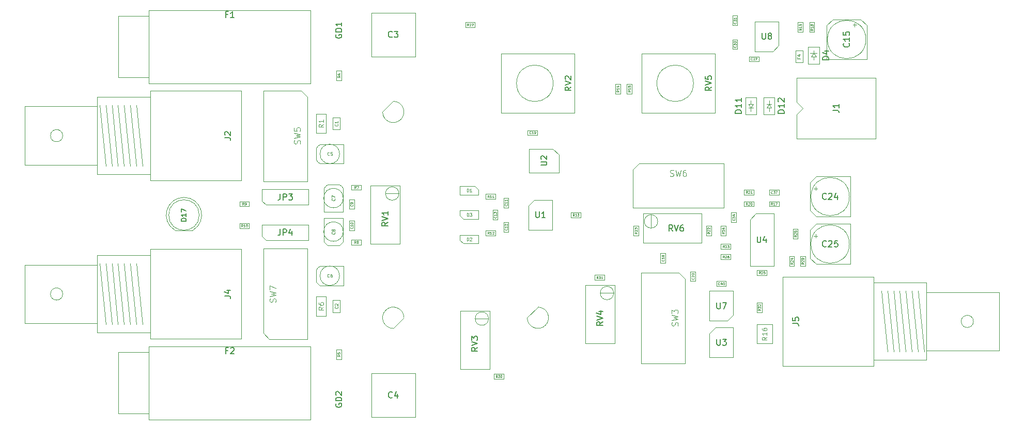
<source format=gbr>
G04 #@! TF.GenerationSoftware,KiCad,Pcbnew,(5.1.9)-1*
G04 #@! TF.CreationDate,2021-04-27T11:57:58-05:00*
G04 #@! TF.ProjectId,high-gain-diff-probe,68696768-2d67-4616-996e-2d646966662d,rev?*
G04 #@! TF.SameCoordinates,Original*
G04 #@! TF.FileFunction,Other,Fab,Top*
%FSLAX46Y46*%
G04 Gerber Fmt 4.6, Leading zero omitted, Abs format (unit mm)*
G04 Created by KiCad (PCBNEW (5.1.9)-1) date 2021-04-27 11:57:58*
%MOMM*%
%LPD*%
G01*
G04 APERTURE LIST*
%ADD10C,0.100000*%
%ADD11C,0.120000*%
%ADD12C,0.150000*%
%ADD13C,0.060000*%
%ADD14C,0.200000*%
%ADD15C,0.080000*%
%ADD16C,0.050000*%
%ADD17C,0.075000*%
G04 APERTURE END LIST*
D10*
X189725000Y-99775000D02*
X192650000Y-99775000D01*
X192650000Y-99775000D02*
X192650000Y-108425000D01*
X192650000Y-108425000D02*
X188750000Y-108425000D01*
X188750000Y-108425000D02*
X188750000Y-100750000D01*
X188750000Y-100750000D02*
X189725000Y-99775000D01*
X183987500Y-101800000D02*
X184812500Y-101800000D01*
X184812500Y-101800000D02*
X184812500Y-103400000D01*
X184812500Y-103400000D02*
X183987500Y-103400000D01*
X183987500Y-103400000D02*
X183987500Y-101800000D01*
X185600000Y-104787500D02*
X185600000Y-105612500D01*
X185600000Y-105612500D02*
X184000000Y-105612500D01*
X184000000Y-105612500D02*
X184000000Y-104787500D01*
X184000000Y-104787500D02*
X185600000Y-104787500D01*
X197812500Y-108400000D02*
X196987500Y-108400000D01*
X196987500Y-108400000D02*
X196987500Y-106800000D01*
X196987500Y-106800000D02*
X197812500Y-106800000D01*
X197812500Y-106800000D02*
X197812500Y-108400000D01*
X196612500Y-103900000D02*
X195787500Y-103900000D01*
X195787500Y-103900000D02*
X195787500Y-102300000D01*
X195787500Y-102300000D02*
X196612500Y-102300000D01*
X196612500Y-102300000D02*
X196612500Y-103900000D01*
X184000000Y-107312500D02*
X184000000Y-106487500D01*
X184000000Y-106487500D02*
X185600000Y-106487500D01*
X185600000Y-106487500D02*
X185600000Y-107312500D01*
X185600000Y-107312500D02*
X184000000Y-107312500D01*
X189400000Y-95887500D02*
X189400000Y-96712500D01*
X189400000Y-96712500D02*
X187800000Y-96712500D01*
X187800000Y-96712500D02*
X187800000Y-95887500D01*
X187800000Y-95887500D02*
X189400000Y-95887500D01*
X189400000Y-97787500D02*
X189400000Y-98612500D01*
X189400000Y-98612500D02*
X187800000Y-98612500D01*
X187800000Y-98612500D02*
X187800000Y-97787500D01*
X187800000Y-97787500D02*
X189400000Y-97787500D01*
X191900000Y-98612500D02*
X191900000Y-97787500D01*
X191900000Y-97787500D02*
X193500000Y-97787500D01*
X193500000Y-97787500D02*
X193500000Y-98612500D01*
X193500000Y-98612500D02*
X191900000Y-98612500D01*
X109000000Y-119400000D02*
X110000000Y-120400000D01*
X116200000Y-120400000D02*
X110000000Y-120400000D01*
X116200000Y-105500000D02*
X116200000Y-120400000D01*
X109000000Y-105500000D02*
X116200000Y-105500000D01*
X109000000Y-119400000D02*
X109000000Y-105500000D01*
X116200000Y-80600000D02*
X115200000Y-79600000D01*
X109000000Y-79600000D02*
X115200000Y-79600000D01*
X109000000Y-94500000D02*
X109000000Y-79600000D01*
X116200000Y-94500000D02*
X109000000Y-94500000D01*
X116200000Y-80600000D02*
X116200000Y-94500000D01*
X170600000Y-91600000D02*
X169600000Y-92600000D01*
X169600000Y-98800000D02*
X169600000Y-92600000D01*
X184500000Y-98800000D02*
X169600000Y-98800000D01*
X184500000Y-91600000D02*
X184500000Y-98800000D01*
X170600000Y-91600000D02*
X184500000Y-91600000D01*
X178100000Y-110500000D02*
X177100000Y-109500000D01*
X170900000Y-109500000D02*
X177100000Y-109500000D01*
X170900000Y-124400000D02*
X170900000Y-109500000D01*
X178100000Y-124400000D02*
X170900000Y-124400000D01*
X178100000Y-110500000D02*
X178100000Y-124400000D01*
X85250000Y-122570000D02*
X90250000Y-122570000D01*
X85250000Y-132630000D02*
X85250000Y-122570000D01*
X90250000Y-132630000D02*
X85250000Y-132630000D01*
X116750000Y-121600000D02*
X116750000Y-133600000D01*
X90250000Y-121600000D02*
X116750000Y-121600000D01*
X90250000Y-133600000D02*
X90250000Y-121600000D01*
X116750000Y-133600000D02*
X90250000Y-133600000D01*
X85250000Y-67370000D02*
X90250000Y-67370000D01*
X85250000Y-77430000D02*
X85250000Y-67370000D01*
X90250000Y-77430000D02*
X85250000Y-77430000D01*
X116750000Y-66400000D02*
X116750000Y-78400000D01*
X90250000Y-66400000D02*
X116750000Y-66400000D01*
X90250000Y-78400000D02*
X90250000Y-66400000D01*
X116750000Y-78400000D02*
X90250000Y-78400000D01*
D11*
X132050000Y-116900000D02*
X130300000Y-118650000D01*
X130300000Y-118650000D02*
G75*
G02*
X132050000Y-116900000I0J1750000D01*
G01*
X152250000Y-116900000D02*
X154000000Y-115150000D01*
X154000000Y-115150000D02*
G75*
G02*
X152250000Y-116900000I0J-1750000D01*
G01*
X128550000Y-83100000D02*
X130300000Y-81350000D01*
X130300000Y-81350000D02*
G75*
G02*
X128550000Y-83100000I0J-1750000D01*
G01*
D10*
X133900000Y-74000000D02*
X133900000Y-66800000D01*
X133900000Y-66800000D02*
X126700000Y-66800000D01*
X126700000Y-66800000D02*
X126700000Y-74000000D01*
X126700000Y-74000000D02*
X133900000Y-74000000D01*
X133900000Y-133200000D02*
X133900000Y-126000000D01*
X133900000Y-126000000D02*
X126700000Y-126000000D01*
X126700000Y-126000000D02*
X126700000Y-133200000D01*
X126700000Y-133200000D02*
X133900000Y-133200000D01*
X105100000Y-102212500D02*
X105100000Y-101387500D01*
X105100000Y-101387500D02*
X106700000Y-101387500D01*
X106700000Y-101387500D02*
X106700000Y-102212500D01*
X106700000Y-102212500D02*
X105100000Y-102212500D01*
X108790000Y-103535000D02*
X108790000Y-101630000D01*
X108790000Y-101630000D02*
X116410000Y-101630000D01*
X116410000Y-101630000D02*
X116410000Y-104170000D01*
X116410000Y-104170000D02*
X109425000Y-104170000D01*
X109425000Y-104170000D02*
X108790000Y-103535000D01*
X108790000Y-97735000D02*
X108790000Y-95830000D01*
X108790000Y-95830000D02*
X116410000Y-95830000D01*
X116410000Y-95830000D02*
X116410000Y-98370000D01*
X116410000Y-98370000D02*
X109425000Y-98370000D01*
X109425000Y-98370000D02*
X108790000Y-97735000D01*
X199200000Y-74050000D02*
X199200000Y-74550000D01*
X198800000Y-74050000D02*
X199200000Y-73450000D01*
X199600000Y-74050000D02*
X198800000Y-74050000D01*
X199200000Y-73450000D02*
X199600000Y-74050000D01*
X199200000Y-73450000D02*
X198650000Y-73450000D01*
X199200000Y-73450000D02*
X199750000Y-73450000D01*
X199200000Y-73050000D02*
X199200000Y-73450000D01*
X198300000Y-72400000D02*
X200100000Y-72400000D01*
X198300000Y-75200000D02*
X198300000Y-72400000D01*
X200100000Y-75200000D02*
X198300000Y-75200000D01*
X200100000Y-72400000D02*
X200100000Y-75200000D01*
X193450000Y-72175000D02*
X192475000Y-73150000D01*
X193450000Y-68250000D02*
X193450000Y-72175000D01*
X189550000Y-68250000D02*
X193450000Y-68250000D01*
X189550000Y-73150000D02*
X189550000Y-68250000D01*
X192475000Y-73150000D02*
X189550000Y-73150000D01*
X182125000Y-119490000D02*
X183100000Y-118515000D01*
X182125000Y-123415000D02*
X182125000Y-119490000D01*
X186025000Y-123415000D02*
X182125000Y-123415000D01*
X186025000Y-118515000D02*
X186025000Y-123415000D01*
X183100000Y-118515000D02*
X186025000Y-118515000D01*
X98500000Y-100030000D02*
G75*
G03*
X98500000Y-100030000I-2500000J0D01*
G01*
X94530306Y-102530000D02*
X97469694Y-102530000D01*
X97469666Y-102530016D02*
G75*
G03*
X94530306Y-102530000I-1469666J2500016D01*
G01*
X156500000Y-78400000D02*
G75*
G03*
X156500000Y-78400000I-3000000J0D01*
G01*
X160000000Y-83250000D02*
X160000000Y-73550000D01*
X160000000Y-73550000D02*
X148000000Y-73550000D01*
X148000000Y-73550000D02*
X148000000Y-83250000D01*
X148000000Y-83250000D02*
X160000000Y-83250000D01*
X205050000Y-104800000D02*
G75*
G03*
X205050000Y-104800000I-3150000J0D01*
G01*
X205200000Y-101500000D02*
X205200000Y-108100000D01*
X199600000Y-101500000D02*
X205200000Y-101500000D01*
X199600000Y-108100000D02*
X205200000Y-108100000D01*
X198600000Y-102500000D02*
X198600000Y-107100000D01*
X198600000Y-102500000D02*
X199600000Y-101500000D01*
X198600000Y-107100000D02*
X199600000Y-108100000D01*
X199195162Y-103470000D02*
X199825162Y-103470000D01*
X199510162Y-103155000D02*
X199510162Y-103785000D01*
X205050000Y-97000000D02*
G75*
G03*
X205050000Y-97000000I-3150000J0D01*
G01*
X205200000Y-93700000D02*
X205200000Y-100300000D01*
X199600000Y-93700000D02*
X205200000Y-93700000D01*
X199600000Y-100300000D02*
X205200000Y-100300000D01*
X198600000Y-94700000D02*
X198600000Y-99300000D01*
X198600000Y-94700000D02*
X199600000Y-93700000D01*
X198600000Y-99300000D02*
X199600000Y-100300000D01*
X199195162Y-95670000D02*
X199825162Y-95670000D01*
X199510162Y-95355000D02*
X199510162Y-95985000D01*
X166415000Y-112845000D02*
G75*
G03*
X166415000Y-112845000I-1095000J0D01*
G01*
X161760000Y-121105000D02*
X166590000Y-121105000D01*
X166590000Y-121105000D02*
X166590000Y-111575000D01*
X166590000Y-111575000D02*
X161760000Y-111575000D01*
X161760000Y-111575000D02*
X161760000Y-121105000D01*
X166405000Y-112845000D02*
X164236000Y-112844000D01*
X166405000Y-112845000D02*
X164236000Y-112844000D01*
X207750000Y-71200000D02*
G75*
G03*
X207750000Y-71200000I-3150000J0D01*
G01*
X207900000Y-74500000D02*
X201300000Y-74500000D01*
X207900000Y-68900000D02*
X207900000Y-74500000D01*
X201300000Y-68900000D02*
X201300000Y-74500000D01*
X206900000Y-67900000D02*
X202300000Y-67900000D01*
X206900000Y-67900000D02*
X207900000Y-68900000D01*
X202300000Y-67900000D02*
X201300000Y-68900000D01*
X205930000Y-68495162D02*
X205930000Y-69125162D01*
X206245000Y-68810162D02*
X205615000Y-68810162D01*
X145915000Y-117045000D02*
G75*
G03*
X145915000Y-117045000I-1095000J0D01*
G01*
X141260000Y-125305000D02*
X146090000Y-125305000D01*
X146090000Y-125305000D02*
X146090000Y-115775000D01*
X146090000Y-115775000D02*
X141260000Y-115775000D01*
X141260000Y-115775000D02*
X141260000Y-125305000D01*
X145905000Y-117045000D02*
X143736000Y-117044000D01*
X145905000Y-117045000D02*
X143736000Y-117044000D01*
X173640000Y-101080000D02*
G75*
G03*
X173640000Y-101080000I-1095000J0D01*
G01*
X180805000Y-104640000D02*
X180805000Y-99810000D01*
X180805000Y-99810000D02*
X171275000Y-99810000D01*
X171275000Y-99810000D02*
X171275000Y-104640000D01*
X171275000Y-104640000D02*
X180805000Y-104640000D01*
X172545000Y-99995000D02*
X172544000Y-102164000D01*
X172545000Y-99995000D02*
X172544000Y-102164000D01*
X170512500Y-103400000D02*
X169687500Y-103400000D01*
X169687500Y-103400000D02*
X169687500Y-101800000D01*
X169687500Y-101800000D02*
X170512500Y-101800000D01*
X170512500Y-101800000D02*
X170512500Y-103400000D01*
X181587500Y-101800000D02*
X182412500Y-101800000D01*
X182412500Y-101800000D02*
X182412500Y-103400000D01*
X182412500Y-103400000D02*
X181587500Y-103400000D01*
X181587500Y-103400000D02*
X181587500Y-101800000D01*
X120400000Y-114000000D02*
X121600000Y-114000000D01*
X121600000Y-114000000D02*
X121600000Y-116000000D01*
X121600000Y-116000000D02*
X120400000Y-116000000D01*
X120400000Y-116000000D02*
X120400000Y-114000000D01*
X121600000Y-86000000D02*
X120400000Y-86000000D01*
X120400000Y-86000000D02*
X120400000Y-84000000D01*
X120400000Y-84000000D02*
X121600000Y-84000000D01*
X121600000Y-84000000D02*
X121600000Y-86000000D01*
X179500000Y-78400000D02*
G75*
G03*
X179500000Y-78400000I-3000000J0D01*
G01*
X183000000Y-83250000D02*
X183000000Y-73550000D01*
X183000000Y-73550000D02*
X171000000Y-73550000D01*
X171000000Y-73550000D02*
X171000000Y-83250000D01*
X171000000Y-83250000D02*
X183000000Y-83250000D01*
X197412500Y-69987500D02*
X196587500Y-69987500D01*
X196587500Y-69987500D02*
X196587500Y-68387500D01*
X196587500Y-68387500D02*
X197412500Y-68387500D01*
X197412500Y-68387500D02*
X197412500Y-69987500D01*
X198487500Y-68400000D02*
X199312500Y-68400000D01*
X199312500Y-68400000D02*
X199312500Y-70000000D01*
X199312500Y-70000000D02*
X198487500Y-70000000D01*
X198487500Y-70000000D02*
X198487500Y-68400000D01*
X196400000Y-87500000D02*
X196400000Y-83500000D01*
X196400000Y-83500000D02*
X197400000Y-82500000D01*
X197400000Y-82500000D02*
X196400000Y-81500000D01*
X196400000Y-81500000D02*
X196400000Y-77500000D01*
X196400000Y-77500000D02*
X209400000Y-77500000D01*
X209400000Y-77500000D02*
X209400000Y-87500000D01*
X209400000Y-87500000D02*
X196400000Y-87500000D01*
X185050000Y-117415000D02*
X182125000Y-117415000D01*
X182125000Y-117415000D02*
X182125000Y-112515000D01*
X182125000Y-112515000D02*
X186025000Y-112515000D01*
X186025000Y-112515000D02*
X186025000Y-116440000D01*
X186025000Y-116440000D02*
X185050000Y-117415000D01*
X157450000Y-90125000D02*
X157450000Y-93050000D01*
X157450000Y-93050000D02*
X152550000Y-93050000D01*
X152550000Y-93050000D02*
X152550000Y-89150000D01*
X152550000Y-89150000D02*
X156475000Y-89150000D01*
X156475000Y-89150000D02*
X157450000Y-90125000D01*
X131225000Y-96505000D02*
G75*
G03*
X131225000Y-96505000I-1095000J0D01*
G01*
X126570000Y-104765000D02*
X131400000Y-104765000D01*
X131400000Y-104765000D02*
X131400000Y-95235000D01*
X131400000Y-95235000D02*
X126570000Y-95235000D01*
X126570000Y-95235000D02*
X126570000Y-104765000D01*
X131215000Y-96505000D02*
X129046000Y-96504000D01*
X131215000Y-96505000D02*
X129046000Y-96504000D01*
X190712500Y-116000000D02*
X189887500Y-116000000D01*
X189887500Y-116000000D02*
X189887500Y-114400000D01*
X189887500Y-114400000D02*
X190712500Y-114400000D01*
X190712500Y-114400000D02*
X190712500Y-116000000D01*
X163300000Y-110712500D02*
X163300000Y-109887500D01*
X163300000Y-109887500D02*
X164900000Y-109887500D01*
X164900000Y-109887500D02*
X164900000Y-110712500D01*
X164900000Y-110712500D02*
X163300000Y-110712500D01*
X148400000Y-126087500D02*
X148400000Y-126912500D01*
X148400000Y-126912500D02*
X146800000Y-126912500D01*
X146800000Y-126912500D02*
X146800000Y-126087500D01*
X146800000Y-126087500D02*
X148400000Y-126087500D01*
X106700000Y-97787500D02*
X106700000Y-98612500D01*
X106700000Y-98612500D02*
X105100000Y-98612500D01*
X105100000Y-98612500D02*
X105100000Y-97787500D01*
X105100000Y-97787500D02*
X106700000Y-97787500D01*
X117700000Y-113400000D02*
X119300000Y-113400000D01*
X119300000Y-113400000D02*
X119300000Y-116600000D01*
X119300000Y-116600000D02*
X117700000Y-116600000D01*
X117700000Y-116600000D02*
X117700000Y-113400000D01*
X121812500Y-123700000D02*
X120987500Y-123700000D01*
X120987500Y-123700000D02*
X120987500Y-122100000D01*
X120987500Y-122100000D02*
X121812500Y-122100000D01*
X121812500Y-122100000D02*
X121812500Y-123700000D01*
X120987500Y-76287500D02*
X121812500Y-76287500D01*
X121812500Y-76287500D02*
X121812500Y-77887500D01*
X121812500Y-77887500D02*
X120987500Y-77887500D01*
X120987500Y-77887500D02*
X120987500Y-76287500D01*
X119300000Y-86600000D02*
X117700000Y-86600000D01*
X117700000Y-86600000D02*
X117700000Y-83400000D01*
X117700000Y-83400000D02*
X119300000Y-83400000D01*
X119300000Y-83400000D02*
X119300000Y-86600000D01*
X196200000Y-73000000D02*
X197400000Y-73000000D01*
X197400000Y-73000000D02*
X197400000Y-75000000D01*
X197400000Y-75000000D02*
X196200000Y-75000000D01*
X196200000Y-75000000D02*
X196200000Y-73000000D01*
X184850000Y-110900000D02*
X184850000Y-111700000D01*
X184850000Y-111700000D02*
X183250000Y-111700000D01*
X183250000Y-111700000D02*
X183250000Y-110900000D01*
X183250000Y-110900000D02*
X184850000Y-110900000D01*
X121500000Y-110000000D02*
G75*
G03*
X121500000Y-110000000I-1600000J0D01*
G01*
X117950000Y-108700000D02*
X118250000Y-108400000D01*
X118250000Y-108400000D02*
X122140000Y-108400000D01*
X122140000Y-108400000D02*
X122150000Y-108400000D01*
X122150000Y-108400000D02*
X122150000Y-108410000D01*
X122150000Y-108410000D02*
X122150000Y-111590000D01*
X122150000Y-111590000D02*
X122150000Y-111600000D01*
X122150000Y-111600000D02*
X122140000Y-111600000D01*
X122140000Y-111600000D02*
X118250000Y-111600000D01*
X118250000Y-111600000D02*
X117950000Y-111300000D01*
X117950000Y-111300000D02*
X117650000Y-111000000D01*
X117650000Y-111000000D02*
X117650000Y-109000000D01*
X117650000Y-109000000D02*
X117950000Y-108700000D01*
X121500000Y-90000000D02*
G75*
G03*
X121500000Y-90000000I-1600000J0D01*
G01*
X117950000Y-88700000D02*
X118250000Y-88400000D01*
X118250000Y-88400000D02*
X122140000Y-88400000D01*
X122140000Y-88400000D02*
X122150000Y-88400000D01*
X122150000Y-88400000D02*
X122150000Y-88410000D01*
X122150000Y-88410000D02*
X122150000Y-91590000D01*
X122150000Y-91590000D02*
X122150000Y-91600000D01*
X122150000Y-91600000D02*
X122140000Y-91600000D01*
X122140000Y-91600000D02*
X118250000Y-91600000D01*
X118250000Y-91600000D02*
X117950000Y-91300000D01*
X117950000Y-91300000D02*
X117650000Y-91000000D01*
X117650000Y-91000000D02*
X117650000Y-89000000D01*
X117650000Y-89000000D02*
X117950000Y-88700000D01*
X153425000Y-97550000D02*
X156350000Y-97550000D01*
X156350000Y-97550000D02*
X156350000Y-102450000D01*
X156350000Y-102450000D02*
X152450000Y-102450000D01*
X152450000Y-102450000D02*
X152450000Y-98525000D01*
X152450000Y-98525000D02*
X153425000Y-97550000D01*
X142100000Y-69212500D02*
X142100000Y-68387500D01*
X142100000Y-68387500D02*
X143700000Y-68387500D01*
X143700000Y-68387500D02*
X143700000Y-69212500D01*
X143700000Y-69212500D02*
X142100000Y-69212500D01*
X189912500Y-109912500D02*
X189912500Y-109087500D01*
X189912500Y-109087500D02*
X191512500Y-109087500D01*
X191512500Y-109087500D02*
X191512500Y-109912500D01*
X191512500Y-109912500D02*
X189912500Y-109912500D01*
X195187500Y-106800000D02*
X196012500Y-106800000D01*
X196012500Y-106800000D02*
X196012500Y-108400000D01*
X196012500Y-108400000D02*
X195187500Y-108400000D01*
X195187500Y-108400000D02*
X195187500Y-106800000D01*
X189905000Y-117950000D02*
X192395000Y-117950000D01*
X192395000Y-117950000D02*
X192395000Y-121150000D01*
X192395000Y-121150000D02*
X189905000Y-121150000D01*
X189905000Y-121150000D02*
X189905000Y-117950000D01*
X168587500Y-78500000D02*
X169412500Y-78500000D01*
X169412500Y-78500000D02*
X169412500Y-80100000D01*
X169412500Y-80100000D02*
X168587500Y-80100000D01*
X168587500Y-80100000D02*
X168587500Y-78500000D01*
X167512500Y-80100000D02*
X166687500Y-80100000D01*
X166687500Y-80100000D02*
X166687500Y-78500000D01*
X166687500Y-78500000D02*
X167512500Y-78500000D01*
X167512500Y-78500000D02*
X167512500Y-80100000D01*
X161012500Y-99587500D02*
X161012500Y-100412500D01*
X161012500Y-100412500D02*
X159412500Y-100412500D01*
X159412500Y-100412500D02*
X159412500Y-99587500D01*
X159412500Y-99587500D02*
X161012500Y-99587500D01*
X147050000Y-102587500D02*
X147050000Y-103412500D01*
X147050000Y-103412500D02*
X145450000Y-103412500D01*
X145450000Y-103412500D02*
X145450000Y-102587500D01*
X145450000Y-102587500D02*
X147050000Y-102587500D01*
X147050000Y-96587500D02*
X147050000Y-97412500D01*
X147050000Y-97412500D02*
X145450000Y-97412500D01*
X145450000Y-97412500D02*
X145450000Y-96587500D01*
X145450000Y-96587500D02*
X147050000Y-96587500D01*
X125050000Y-104087500D02*
X125050000Y-104912500D01*
X125050000Y-104912500D02*
X123450000Y-104912500D01*
X123450000Y-104912500D02*
X123450000Y-104087500D01*
X123450000Y-104087500D02*
X125050000Y-104087500D01*
X123450000Y-95912500D02*
X123450000Y-95087500D01*
X123450000Y-95087500D02*
X125050000Y-95087500D01*
X125050000Y-95087500D02*
X125050000Y-95912500D01*
X125050000Y-95912500D02*
X123450000Y-95912500D01*
X216300000Y-112500000D02*
X217300000Y-122500000D01*
X215300000Y-112500000D02*
X216300000Y-122500000D01*
X214300000Y-112500000D02*
X215300000Y-122500000D01*
X213300000Y-112500000D02*
X214300000Y-122500000D01*
X212300000Y-112500000D02*
X213300000Y-122500000D01*
X211300000Y-112500000D02*
X212300000Y-122500000D01*
X225370000Y-117500000D02*
G75*
G03*
X225370000Y-117500000I-1000000J0D01*
G01*
X217700000Y-122300000D02*
X229600000Y-122300000D01*
X229600000Y-122300000D02*
X229600000Y-112700000D01*
X229600000Y-112700000D02*
X217700000Y-112700000D01*
X209000000Y-123850000D02*
X217700000Y-123850000D01*
X217700000Y-123850000D02*
X217700000Y-111150000D01*
X217700000Y-111150000D02*
X209000000Y-111150000D01*
X194100000Y-110150000D02*
X194100000Y-124850000D01*
X194100000Y-124850000D02*
X209000000Y-124850000D01*
X209000000Y-124850000D02*
X209000000Y-110150000D01*
X209000000Y-110150000D02*
X194100000Y-110150000D01*
X210300000Y-112500000D02*
X211300000Y-122500000D01*
X83200000Y-118000000D02*
X82200000Y-108000000D01*
X84200000Y-118000000D02*
X83200000Y-108000000D01*
X85200000Y-118000000D02*
X84200000Y-108000000D01*
X86200000Y-118000000D02*
X85200000Y-108000000D01*
X87200000Y-118000000D02*
X86200000Y-108000000D01*
X88200000Y-118000000D02*
X87200000Y-108000000D01*
X76130000Y-113000000D02*
G75*
G03*
X76130000Y-113000000I-1000000J0D01*
G01*
X81800000Y-108200000D02*
X69900000Y-108200000D01*
X69900000Y-108200000D02*
X69900000Y-117800000D01*
X69900000Y-117800000D02*
X81800000Y-117800000D01*
X90500000Y-106650000D02*
X81800000Y-106650000D01*
X81800000Y-106650000D02*
X81800000Y-119350000D01*
X81800000Y-119350000D02*
X90500000Y-119350000D01*
X105400000Y-120350000D02*
X105400000Y-105650000D01*
X105400000Y-105650000D02*
X90500000Y-105650000D01*
X90500000Y-105650000D02*
X90500000Y-120350000D01*
X90500000Y-120350000D02*
X105400000Y-120350000D01*
X89200000Y-118000000D02*
X88200000Y-108000000D01*
X83200000Y-92000000D02*
X82200000Y-82000000D01*
X84200000Y-92000000D02*
X83200000Y-82000000D01*
X85200000Y-92000000D02*
X84200000Y-82000000D01*
X86200000Y-92000000D02*
X85200000Y-82000000D01*
X87200000Y-92000000D02*
X86200000Y-82000000D01*
X88200000Y-92000000D02*
X87200000Y-82000000D01*
X76130000Y-87000000D02*
G75*
G03*
X76130000Y-87000000I-1000000J0D01*
G01*
X81800000Y-82200000D02*
X69900000Y-82200000D01*
X69900000Y-82200000D02*
X69900000Y-91800000D01*
X69900000Y-91800000D02*
X81800000Y-91800000D01*
X90500000Y-80650000D02*
X81800000Y-80650000D01*
X81800000Y-80650000D02*
X81800000Y-93350000D01*
X81800000Y-93350000D02*
X90500000Y-93350000D01*
X105400000Y-94350000D02*
X105400000Y-79650000D01*
X105400000Y-79650000D02*
X90500000Y-79650000D01*
X90500000Y-79650000D02*
X90500000Y-94350000D01*
X90500000Y-94350000D02*
X105400000Y-94350000D01*
X89200000Y-92000000D02*
X88200000Y-82000000D01*
X191000000Y-83500000D02*
X191000000Y-80700000D01*
X191000000Y-80700000D02*
X192800000Y-80700000D01*
X192800000Y-83500000D02*
X191000000Y-83500000D01*
X192800000Y-83500000D02*
X192800000Y-80700000D01*
X191900000Y-81800000D02*
X191900000Y-81200000D01*
X191900000Y-82400000D02*
X191900000Y-83000000D01*
X192300000Y-81800000D02*
X191500000Y-81800000D01*
X191500000Y-82400000D02*
X192300000Y-82400000D01*
X191898980Y-81800000D02*
X191500000Y-82400000D01*
X191900000Y-81800000D02*
X192300000Y-82400000D01*
X189800000Y-80700000D02*
X189800000Y-83500000D01*
X189800000Y-83500000D02*
X188000000Y-83500000D01*
X188000000Y-80700000D02*
X189800000Y-80700000D01*
X188000000Y-80700000D02*
X188000000Y-83500000D01*
X188900000Y-82400000D02*
X188900000Y-83000000D01*
X188900000Y-81800000D02*
X188900000Y-81200000D01*
X188500000Y-82400000D02*
X189300000Y-82400000D01*
X189300000Y-81800000D02*
X188500000Y-81800000D01*
X188901020Y-82400000D02*
X189300000Y-81800000D01*
X188900000Y-82400000D02*
X188500000Y-81800000D01*
X141800000Y-100700000D02*
X144250000Y-100700000D01*
X141230000Y-100150000D02*
X141230000Y-99300000D01*
X141800000Y-100700000D02*
X141230000Y-100150000D01*
X141230000Y-99300000D02*
X144270000Y-99300000D01*
X144270000Y-100700000D02*
X144270000Y-99300000D01*
X141800000Y-104700000D02*
X144250000Y-104700000D01*
X141230000Y-104150000D02*
X141230000Y-103300000D01*
X141800000Y-104700000D02*
X141230000Y-104150000D01*
X141230000Y-103300000D02*
X144270000Y-103300000D01*
X144270000Y-104700000D02*
X144270000Y-103300000D01*
X143700000Y-95300000D02*
X141250000Y-95300000D01*
X144270000Y-95850000D02*
X144270000Y-96700000D01*
X143700000Y-95300000D02*
X144270000Y-95850000D01*
X144270000Y-96700000D02*
X141230000Y-96700000D01*
X141230000Y-95300000D02*
X141230000Y-96700000D01*
X193500000Y-95900000D02*
X193500000Y-96700000D01*
X193500000Y-96700000D02*
X191900000Y-96700000D01*
X191900000Y-96700000D02*
X191900000Y-95900000D01*
X191900000Y-95900000D02*
X193500000Y-95900000D01*
X186500000Y-101200000D02*
X185700000Y-101200000D01*
X185700000Y-101200000D02*
X185700000Y-99600000D01*
X185700000Y-99600000D02*
X186500000Y-99600000D01*
X186500000Y-99600000D02*
X186500000Y-101200000D01*
X186700000Y-68900000D02*
X185900000Y-68900000D01*
X185900000Y-68900000D02*
X185900000Y-67300000D01*
X185900000Y-67300000D02*
X186700000Y-67300000D01*
X186700000Y-67300000D02*
X186700000Y-68900000D01*
X186700000Y-72800000D02*
X185900000Y-72800000D01*
X185900000Y-72800000D02*
X185900000Y-71200000D01*
X185900000Y-71200000D02*
X186700000Y-71200000D01*
X186700000Y-71200000D02*
X186700000Y-72800000D01*
X188600000Y-74800000D02*
X188600000Y-74000000D01*
X188600000Y-74000000D02*
X190200000Y-74000000D01*
X190200000Y-74000000D02*
X190200000Y-74800000D01*
X190200000Y-74800000D02*
X188600000Y-74800000D01*
X179000000Y-109300000D02*
X179800000Y-109300000D01*
X179800000Y-109300000D02*
X179800000Y-110900000D01*
X179800000Y-110900000D02*
X179000000Y-110900000D01*
X179000000Y-110900000D02*
X179000000Y-109300000D01*
X152325001Y-86900000D02*
X152325001Y-86100000D01*
X152325001Y-86100000D02*
X153925001Y-86100000D01*
X153925001Y-86100000D02*
X153925001Y-86900000D01*
X153925001Y-86900000D02*
X152325001Y-86900000D01*
X174100000Y-106300000D02*
X174900000Y-106300000D01*
X174900000Y-106300000D02*
X174900000Y-107900000D01*
X174900000Y-107900000D02*
X174100000Y-107900000D01*
X174100000Y-107900000D02*
X174100000Y-106300000D01*
X146600000Y-99200000D02*
X147400000Y-99200000D01*
X147400000Y-99200000D02*
X147400000Y-100800000D01*
X147400000Y-100800000D02*
X146600000Y-100800000D01*
X146600000Y-100800000D02*
X146600000Y-99200000D01*
X148400000Y-101200000D02*
X149200000Y-101200000D01*
X149200000Y-101200000D02*
X149200000Y-102800000D01*
X149200000Y-102800000D02*
X148400000Y-102800000D01*
X148400000Y-102800000D02*
X148400000Y-101200000D01*
X148400000Y-97200000D02*
X149200000Y-97200000D01*
X149200000Y-97200000D02*
X149200000Y-98800000D01*
X149200000Y-98800000D02*
X148400000Y-98800000D01*
X148400000Y-98800000D02*
X148400000Y-97200000D01*
X123100000Y-100950000D02*
X123900000Y-100950000D01*
X123900000Y-100950000D02*
X123900000Y-102550000D01*
X123900000Y-102550000D02*
X123100000Y-102550000D01*
X123100000Y-102550000D02*
X123100000Y-100950000D01*
X123100000Y-97450000D02*
X123900000Y-97450000D01*
X123900000Y-97450000D02*
X123900000Y-99050000D01*
X123900000Y-99050000D02*
X123100000Y-99050000D01*
X123100000Y-99050000D02*
X123100000Y-97450000D01*
X122100000Y-102750000D02*
G75*
G03*
X122100000Y-102750000I-1600000J0D01*
G01*
X119200000Y-104700000D02*
X118900000Y-104400000D01*
X118900000Y-104400000D02*
X118900000Y-100510000D01*
X118900000Y-100510000D02*
X118900000Y-100500000D01*
X118900000Y-100500000D02*
X118910000Y-100500000D01*
X118910000Y-100500000D02*
X122090000Y-100500000D01*
X122090000Y-100500000D02*
X122100000Y-100500000D01*
X122100000Y-100500000D02*
X122100000Y-100510000D01*
X122100000Y-100510000D02*
X122100000Y-104400000D01*
X122100000Y-104400000D02*
X121800000Y-104700000D01*
X121800000Y-104700000D02*
X121500000Y-105000000D01*
X121500000Y-105000000D02*
X119500000Y-105000000D01*
X119500000Y-105000000D02*
X119200000Y-104700000D01*
X122100000Y-97250000D02*
G75*
G03*
X122100000Y-97250000I-1600000J0D01*
G01*
X121800000Y-95300000D02*
X122100000Y-95600000D01*
X122100000Y-95600000D02*
X122100000Y-99490000D01*
X122100000Y-99490000D02*
X122100000Y-99500000D01*
X122100000Y-99500000D02*
X122090000Y-99500000D01*
X122090000Y-99500000D02*
X118910000Y-99500000D01*
X118910000Y-99500000D02*
X118900000Y-99500000D01*
X118900000Y-99500000D02*
X118900000Y-99490000D01*
X118900000Y-99490000D02*
X118900000Y-95600000D01*
X118900000Y-95600000D02*
X119200000Y-95300000D01*
X119200000Y-95300000D02*
X119500000Y-95000000D01*
X119500000Y-95000000D02*
X121500000Y-95000000D01*
X121500000Y-95000000D02*
X121800000Y-95300000D01*
D12*
X189953333Y-103563333D02*
X189953333Y-104356666D01*
X190000000Y-104450000D01*
X190046666Y-104496666D01*
X190140000Y-104543333D01*
X190326666Y-104543333D01*
X190420000Y-104496666D01*
X190466666Y-104450000D01*
X190513333Y-104356666D01*
X190513333Y-103563333D01*
X191400000Y-103890000D02*
X191400000Y-104543333D01*
X191166666Y-103516666D02*
X190933333Y-104216666D01*
X191540000Y-104216666D01*
D13*
X184580952Y-102857142D02*
X184390476Y-102990476D01*
X184580952Y-103085714D02*
X184180952Y-103085714D01*
X184180952Y-102933333D01*
X184200000Y-102895238D01*
X184219047Y-102876190D01*
X184257142Y-102857142D01*
X184314285Y-102857142D01*
X184352380Y-102876190D01*
X184371428Y-102895238D01*
X184390476Y-102933333D01*
X184390476Y-103085714D01*
X184180952Y-102723809D02*
X184180952Y-102476190D01*
X184333333Y-102609523D01*
X184333333Y-102552380D01*
X184352380Y-102514285D01*
X184371428Y-102495238D01*
X184409523Y-102476190D01*
X184504761Y-102476190D01*
X184542857Y-102495238D01*
X184561904Y-102514285D01*
X184580952Y-102552380D01*
X184580952Y-102666666D01*
X184561904Y-102704761D01*
X184542857Y-102723809D01*
X184314285Y-102133333D02*
X184580952Y-102133333D01*
X184161904Y-102228571D02*
X184447619Y-102323809D01*
X184447619Y-102076190D01*
X184542857Y-105380952D02*
X184409523Y-105190476D01*
X184314285Y-105380952D02*
X184314285Y-104980952D01*
X184466666Y-104980952D01*
X184504761Y-105000000D01*
X184523809Y-105019047D01*
X184542857Y-105057142D01*
X184542857Y-105114285D01*
X184523809Y-105152380D01*
X184504761Y-105171428D01*
X184466666Y-105190476D01*
X184314285Y-105190476D01*
X184676190Y-104980952D02*
X184923809Y-104980952D01*
X184790476Y-105133333D01*
X184847619Y-105133333D01*
X184885714Y-105152380D01*
X184904761Y-105171428D01*
X184923809Y-105209523D01*
X184923809Y-105304761D01*
X184904761Y-105342857D01*
X184885714Y-105361904D01*
X184847619Y-105380952D01*
X184733333Y-105380952D01*
X184695238Y-105361904D01*
X184676190Y-105342857D01*
X185057142Y-104980952D02*
X185304761Y-104980952D01*
X185171428Y-105133333D01*
X185228571Y-105133333D01*
X185266666Y-105152380D01*
X185285714Y-105171428D01*
X185304761Y-105209523D01*
X185304761Y-105304761D01*
X185285714Y-105342857D01*
X185266666Y-105361904D01*
X185228571Y-105380952D01*
X185114285Y-105380952D01*
X185076190Y-105361904D01*
X185057142Y-105342857D01*
X197580952Y-107857142D02*
X197390476Y-107990476D01*
X197580952Y-108085714D02*
X197180952Y-108085714D01*
X197180952Y-107933333D01*
X197200000Y-107895238D01*
X197219047Y-107876190D01*
X197257142Y-107857142D01*
X197314285Y-107857142D01*
X197352380Y-107876190D01*
X197371428Y-107895238D01*
X197390476Y-107933333D01*
X197390476Y-108085714D01*
X197219047Y-107704761D02*
X197200000Y-107685714D01*
X197180952Y-107647619D01*
X197180952Y-107552380D01*
X197200000Y-107514285D01*
X197219047Y-107495238D01*
X197257142Y-107476190D01*
X197295238Y-107476190D01*
X197352380Y-107495238D01*
X197580952Y-107723809D01*
X197580952Y-107476190D01*
X197580952Y-107285714D02*
X197580952Y-107209523D01*
X197561904Y-107171428D01*
X197542857Y-107152380D01*
X197485714Y-107114285D01*
X197409523Y-107095238D01*
X197257142Y-107095238D01*
X197219047Y-107114285D01*
X197200000Y-107133333D01*
X197180952Y-107171428D01*
X197180952Y-107247619D01*
X197200000Y-107285714D01*
X197219047Y-107304761D01*
X197257142Y-107323809D01*
X197352380Y-107323809D01*
X197390476Y-107304761D01*
X197409523Y-107285714D01*
X197428571Y-107247619D01*
X197428571Y-107171428D01*
X197409523Y-107133333D01*
X197390476Y-107114285D01*
X197352380Y-107095238D01*
X196380952Y-103357142D02*
X196190476Y-103490476D01*
X196380952Y-103585714D02*
X195980952Y-103585714D01*
X195980952Y-103433333D01*
X196000000Y-103395238D01*
X196019047Y-103376190D01*
X196057142Y-103357142D01*
X196114285Y-103357142D01*
X196152380Y-103376190D01*
X196171428Y-103395238D01*
X196190476Y-103433333D01*
X196190476Y-103585714D01*
X196019047Y-103204761D02*
X196000000Y-103185714D01*
X195980952Y-103147619D01*
X195980952Y-103052380D01*
X196000000Y-103014285D01*
X196019047Y-102995238D01*
X196057142Y-102976190D01*
X196095238Y-102976190D01*
X196152380Y-102995238D01*
X196380952Y-103223809D01*
X196380952Y-102976190D01*
X196152380Y-102747619D02*
X196133333Y-102785714D01*
X196114285Y-102804761D01*
X196076190Y-102823809D01*
X196057142Y-102823809D01*
X196019047Y-102804761D01*
X196000000Y-102785714D01*
X195980952Y-102747619D01*
X195980952Y-102671428D01*
X196000000Y-102633333D01*
X196019047Y-102614285D01*
X196057142Y-102595238D01*
X196076190Y-102595238D01*
X196114285Y-102614285D01*
X196133333Y-102633333D01*
X196152380Y-102671428D01*
X196152380Y-102747619D01*
X196171428Y-102785714D01*
X196190476Y-102804761D01*
X196228571Y-102823809D01*
X196304761Y-102823809D01*
X196342857Y-102804761D01*
X196361904Y-102785714D01*
X196380952Y-102747619D01*
X196380952Y-102671428D01*
X196361904Y-102633333D01*
X196342857Y-102614285D01*
X196304761Y-102595238D01*
X196228571Y-102595238D01*
X196190476Y-102614285D01*
X196171428Y-102633333D01*
X196152380Y-102671428D01*
X184542857Y-107080952D02*
X184409523Y-106890476D01*
X184314285Y-107080952D02*
X184314285Y-106680952D01*
X184466666Y-106680952D01*
X184504761Y-106700000D01*
X184523809Y-106719047D01*
X184542857Y-106757142D01*
X184542857Y-106814285D01*
X184523809Y-106852380D01*
X184504761Y-106871428D01*
X184466666Y-106890476D01*
X184314285Y-106890476D01*
X184695238Y-106719047D02*
X184714285Y-106700000D01*
X184752380Y-106680952D01*
X184847619Y-106680952D01*
X184885714Y-106700000D01*
X184904761Y-106719047D01*
X184923809Y-106757142D01*
X184923809Y-106795238D01*
X184904761Y-106852380D01*
X184676190Y-107080952D01*
X184923809Y-107080952D01*
X185266666Y-106680952D02*
X185190476Y-106680952D01*
X185152380Y-106700000D01*
X185133333Y-106719047D01*
X185095238Y-106776190D01*
X185076190Y-106852380D01*
X185076190Y-107004761D01*
X185095238Y-107042857D01*
X185114285Y-107061904D01*
X185152380Y-107080952D01*
X185228571Y-107080952D01*
X185266666Y-107061904D01*
X185285714Y-107042857D01*
X185304761Y-107004761D01*
X185304761Y-106909523D01*
X185285714Y-106871428D01*
X185266666Y-106852380D01*
X185228571Y-106833333D01*
X185152380Y-106833333D01*
X185114285Y-106852380D01*
X185095238Y-106871428D01*
X185076190Y-106909523D01*
X188342857Y-96480952D02*
X188209523Y-96290476D01*
X188114285Y-96480952D02*
X188114285Y-96080952D01*
X188266666Y-96080952D01*
X188304761Y-96100000D01*
X188323809Y-96119047D01*
X188342857Y-96157142D01*
X188342857Y-96214285D01*
X188323809Y-96252380D01*
X188304761Y-96271428D01*
X188266666Y-96290476D01*
X188114285Y-96290476D01*
X188495238Y-96119047D02*
X188514285Y-96100000D01*
X188552380Y-96080952D01*
X188647619Y-96080952D01*
X188685714Y-96100000D01*
X188704761Y-96119047D01*
X188723809Y-96157142D01*
X188723809Y-96195238D01*
X188704761Y-96252380D01*
X188476190Y-96480952D01*
X188723809Y-96480952D01*
X189104761Y-96480952D02*
X188876190Y-96480952D01*
X188990476Y-96480952D02*
X188990476Y-96080952D01*
X188952380Y-96138095D01*
X188914285Y-96176190D01*
X188876190Y-96195238D01*
X188342857Y-98380952D02*
X188209523Y-98190476D01*
X188114285Y-98380952D02*
X188114285Y-97980952D01*
X188266666Y-97980952D01*
X188304761Y-98000000D01*
X188323809Y-98019047D01*
X188342857Y-98057142D01*
X188342857Y-98114285D01*
X188323809Y-98152380D01*
X188304761Y-98171428D01*
X188266666Y-98190476D01*
X188114285Y-98190476D01*
X188495238Y-98019047D02*
X188514285Y-98000000D01*
X188552380Y-97980952D01*
X188647619Y-97980952D01*
X188685714Y-98000000D01*
X188704761Y-98019047D01*
X188723809Y-98057142D01*
X188723809Y-98095238D01*
X188704761Y-98152380D01*
X188476190Y-98380952D01*
X188723809Y-98380952D01*
X188971428Y-97980952D02*
X189009523Y-97980952D01*
X189047619Y-98000000D01*
X189066666Y-98019047D01*
X189085714Y-98057142D01*
X189104761Y-98133333D01*
X189104761Y-98228571D01*
X189085714Y-98304761D01*
X189066666Y-98342857D01*
X189047619Y-98361904D01*
X189009523Y-98380952D01*
X188971428Y-98380952D01*
X188933333Y-98361904D01*
X188914285Y-98342857D01*
X188895238Y-98304761D01*
X188876190Y-98228571D01*
X188876190Y-98133333D01*
X188895238Y-98057142D01*
X188914285Y-98019047D01*
X188933333Y-98000000D01*
X188971428Y-97980952D01*
X192442857Y-98380952D02*
X192309523Y-98190476D01*
X192214285Y-98380952D02*
X192214285Y-97980952D01*
X192366666Y-97980952D01*
X192404761Y-98000000D01*
X192423809Y-98019047D01*
X192442857Y-98057142D01*
X192442857Y-98114285D01*
X192423809Y-98152380D01*
X192404761Y-98171428D01*
X192366666Y-98190476D01*
X192214285Y-98190476D01*
X192823809Y-98380952D02*
X192595238Y-98380952D01*
X192709523Y-98380952D02*
X192709523Y-97980952D01*
X192671428Y-98038095D01*
X192633333Y-98076190D01*
X192595238Y-98095238D01*
X192957142Y-97980952D02*
X193223809Y-97980952D01*
X193052380Y-98380952D01*
D12*
X120900000Y-131014285D02*
X120852380Y-131109523D01*
X120852380Y-131252380D01*
X120900000Y-131395238D01*
X120995238Y-131490476D01*
X121090476Y-131538095D01*
X121280952Y-131585714D01*
X121423809Y-131585714D01*
X121614285Y-131538095D01*
X121709523Y-131490476D01*
X121804761Y-131395238D01*
X121852380Y-131252380D01*
X121852380Y-131157142D01*
X121804761Y-131014285D01*
X121757142Y-130966666D01*
X121423809Y-130966666D01*
X121423809Y-131157142D01*
X121852380Y-130538095D02*
X120852380Y-130538095D01*
X120852380Y-130300000D01*
X120900000Y-130157142D01*
X120995238Y-130061904D01*
X121090476Y-130014285D01*
X121280952Y-129966666D01*
X121423809Y-129966666D01*
X121614285Y-130014285D01*
X121709523Y-130061904D01*
X121804761Y-130157142D01*
X121852380Y-130300000D01*
X121852380Y-130538095D01*
X120947619Y-129585714D02*
X120900000Y-129538095D01*
X120852380Y-129442857D01*
X120852380Y-129204761D01*
X120900000Y-129109523D01*
X120947619Y-129061904D01*
X121042857Y-129014285D01*
X121138095Y-129014285D01*
X121280952Y-129061904D01*
X121852380Y-129633333D01*
X121852380Y-129014285D01*
X120900000Y-70414285D02*
X120852380Y-70509523D01*
X120852380Y-70652380D01*
X120900000Y-70795238D01*
X120995238Y-70890476D01*
X121090476Y-70938095D01*
X121280952Y-70985714D01*
X121423809Y-70985714D01*
X121614285Y-70938095D01*
X121709523Y-70890476D01*
X121804761Y-70795238D01*
X121852380Y-70652380D01*
X121852380Y-70557142D01*
X121804761Y-70414285D01*
X121757142Y-70366666D01*
X121423809Y-70366666D01*
X121423809Y-70557142D01*
X121852380Y-69938095D02*
X120852380Y-69938095D01*
X120852380Y-69700000D01*
X120900000Y-69557142D01*
X120995238Y-69461904D01*
X121090476Y-69414285D01*
X121280952Y-69366666D01*
X121423809Y-69366666D01*
X121614285Y-69414285D01*
X121709523Y-69461904D01*
X121804761Y-69557142D01*
X121852380Y-69700000D01*
X121852380Y-69938095D01*
X121852380Y-68414285D02*
X121852380Y-68985714D01*
X121852380Y-68700000D02*
X120852380Y-68700000D01*
X120995238Y-68795238D01*
X121090476Y-68890476D01*
X121138095Y-68985714D01*
D10*
X111004761Y-114333333D02*
X111052380Y-114190476D01*
X111052380Y-113952380D01*
X111004761Y-113857142D01*
X110957142Y-113809523D01*
X110861904Y-113761904D01*
X110766666Y-113761904D01*
X110671428Y-113809523D01*
X110623809Y-113857142D01*
X110576190Y-113952380D01*
X110528571Y-114142857D01*
X110480952Y-114238095D01*
X110433333Y-114285714D01*
X110338095Y-114333333D01*
X110242857Y-114333333D01*
X110147619Y-114285714D01*
X110100000Y-114238095D01*
X110052380Y-114142857D01*
X110052380Y-113904761D01*
X110100000Y-113761904D01*
X110052380Y-113428571D02*
X111052380Y-113190476D01*
X110338095Y-113000000D01*
X111052380Y-112809523D01*
X110052380Y-112571428D01*
X110052380Y-112285714D02*
X110052380Y-111619047D01*
X111052380Y-112047619D01*
X115004761Y-88333333D02*
X115052380Y-88190476D01*
X115052380Y-87952380D01*
X115004761Y-87857142D01*
X114957142Y-87809523D01*
X114861904Y-87761904D01*
X114766666Y-87761904D01*
X114671428Y-87809523D01*
X114623809Y-87857142D01*
X114576190Y-87952380D01*
X114528571Y-88142857D01*
X114480952Y-88238095D01*
X114433333Y-88285714D01*
X114338095Y-88333333D01*
X114242857Y-88333333D01*
X114147619Y-88285714D01*
X114100000Y-88238095D01*
X114052380Y-88142857D01*
X114052380Y-87904761D01*
X114100000Y-87761904D01*
X114052380Y-87428571D02*
X115052380Y-87190476D01*
X114338095Y-87000000D01*
X115052380Y-86809523D01*
X114052380Y-86571428D01*
X114052380Y-85714285D02*
X114052380Y-86190476D01*
X114528571Y-86238095D01*
X114480952Y-86190476D01*
X114433333Y-86095238D01*
X114433333Y-85857142D01*
X114480952Y-85761904D01*
X114528571Y-85714285D01*
X114623809Y-85666666D01*
X114861904Y-85666666D01*
X114957142Y-85714285D01*
X115004761Y-85761904D01*
X115052380Y-85857142D01*
X115052380Y-86095238D01*
X115004761Y-86190476D01*
X114957142Y-86238095D01*
X175666666Y-93604761D02*
X175809523Y-93652380D01*
X176047619Y-93652380D01*
X176142857Y-93604761D01*
X176190476Y-93557142D01*
X176238095Y-93461904D01*
X176238095Y-93366666D01*
X176190476Y-93271428D01*
X176142857Y-93223809D01*
X176047619Y-93176190D01*
X175857142Y-93128571D01*
X175761904Y-93080952D01*
X175714285Y-93033333D01*
X175666666Y-92938095D01*
X175666666Y-92842857D01*
X175714285Y-92747619D01*
X175761904Y-92700000D01*
X175857142Y-92652380D01*
X176095238Y-92652380D01*
X176238095Y-92700000D01*
X176571428Y-92652380D02*
X176809523Y-93652380D01*
X177000000Y-92938095D01*
X177190476Y-93652380D01*
X177428571Y-92652380D01*
X178238095Y-92652380D02*
X178047619Y-92652380D01*
X177952380Y-92700000D01*
X177904761Y-92747619D01*
X177809523Y-92890476D01*
X177761904Y-93080952D01*
X177761904Y-93461904D01*
X177809523Y-93557142D01*
X177857142Y-93604761D01*
X177952380Y-93652380D01*
X178142857Y-93652380D01*
X178238095Y-93604761D01*
X178285714Y-93557142D01*
X178333333Y-93461904D01*
X178333333Y-93223809D01*
X178285714Y-93128571D01*
X178238095Y-93080952D01*
X178142857Y-93033333D01*
X177952380Y-93033333D01*
X177857142Y-93080952D01*
X177809523Y-93128571D01*
X177761904Y-93223809D01*
X176904761Y-118233333D02*
X176952380Y-118090476D01*
X176952380Y-117852380D01*
X176904761Y-117757142D01*
X176857142Y-117709523D01*
X176761904Y-117661904D01*
X176666666Y-117661904D01*
X176571428Y-117709523D01*
X176523809Y-117757142D01*
X176476190Y-117852380D01*
X176428571Y-118042857D01*
X176380952Y-118138095D01*
X176333333Y-118185714D01*
X176238095Y-118233333D01*
X176142857Y-118233333D01*
X176047619Y-118185714D01*
X176000000Y-118138095D01*
X175952380Y-118042857D01*
X175952380Y-117804761D01*
X176000000Y-117661904D01*
X175952380Y-117328571D02*
X176952380Y-117090476D01*
X176238095Y-116900000D01*
X176952380Y-116709523D01*
X175952380Y-116471428D01*
X175952380Y-116185714D02*
X175952380Y-115566666D01*
X176333333Y-115900000D01*
X176333333Y-115757142D01*
X176380952Y-115661904D01*
X176428571Y-115614285D01*
X176523809Y-115566666D01*
X176761904Y-115566666D01*
X176857142Y-115614285D01*
X176904761Y-115661904D01*
X176952380Y-115757142D01*
X176952380Y-116042857D01*
X176904761Y-116138095D01*
X176857142Y-116185714D01*
D12*
X103166666Y-122278571D02*
X102833333Y-122278571D01*
X102833333Y-122802380D02*
X102833333Y-121802380D01*
X103309523Y-121802380D01*
X103642857Y-121897619D02*
X103690476Y-121850000D01*
X103785714Y-121802380D01*
X104023809Y-121802380D01*
X104119047Y-121850000D01*
X104166666Y-121897619D01*
X104214285Y-121992857D01*
X104214285Y-122088095D01*
X104166666Y-122230952D01*
X103595238Y-122802380D01*
X104214285Y-122802380D01*
X103166666Y-67078571D02*
X102833333Y-67078571D01*
X102833333Y-67602380D02*
X102833333Y-66602380D01*
X103309523Y-66602380D01*
X104214285Y-67602380D02*
X103642857Y-67602380D01*
X103928571Y-67602380D02*
X103928571Y-66602380D01*
X103833333Y-66745238D01*
X103738095Y-66840476D01*
X103642857Y-66888095D01*
X130133333Y-70757142D02*
X130085714Y-70804761D01*
X129942857Y-70852380D01*
X129847619Y-70852380D01*
X129704761Y-70804761D01*
X129609523Y-70709523D01*
X129561904Y-70614285D01*
X129514285Y-70423809D01*
X129514285Y-70280952D01*
X129561904Y-70090476D01*
X129609523Y-69995238D01*
X129704761Y-69900000D01*
X129847619Y-69852380D01*
X129942857Y-69852380D01*
X130085714Y-69900000D01*
X130133333Y-69947619D01*
X130466666Y-69852380D02*
X131085714Y-69852380D01*
X130752380Y-70233333D01*
X130895238Y-70233333D01*
X130990476Y-70280952D01*
X131038095Y-70328571D01*
X131085714Y-70423809D01*
X131085714Y-70661904D01*
X131038095Y-70757142D01*
X130990476Y-70804761D01*
X130895238Y-70852380D01*
X130609523Y-70852380D01*
X130514285Y-70804761D01*
X130466666Y-70757142D01*
X130133333Y-129957142D02*
X130085714Y-130004761D01*
X129942857Y-130052380D01*
X129847619Y-130052380D01*
X129704761Y-130004761D01*
X129609523Y-129909523D01*
X129561904Y-129814285D01*
X129514285Y-129623809D01*
X129514285Y-129480952D01*
X129561904Y-129290476D01*
X129609523Y-129195238D01*
X129704761Y-129100000D01*
X129847619Y-129052380D01*
X129942857Y-129052380D01*
X130085714Y-129100000D01*
X130133333Y-129147619D01*
X130990476Y-129385714D02*
X130990476Y-130052380D01*
X130752380Y-129004761D02*
X130514285Y-129719047D01*
X131133333Y-129719047D01*
D13*
X105642857Y-101980952D02*
X105509523Y-101790476D01*
X105414285Y-101980952D02*
X105414285Y-101580952D01*
X105566666Y-101580952D01*
X105604761Y-101600000D01*
X105623809Y-101619047D01*
X105642857Y-101657142D01*
X105642857Y-101714285D01*
X105623809Y-101752380D01*
X105604761Y-101771428D01*
X105566666Y-101790476D01*
X105414285Y-101790476D01*
X106023809Y-101980952D02*
X105795238Y-101980952D01*
X105909523Y-101980952D02*
X105909523Y-101580952D01*
X105871428Y-101638095D01*
X105833333Y-101676190D01*
X105795238Y-101695238D01*
X106271428Y-101580952D02*
X106309523Y-101580952D01*
X106347619Y-101600000D01*
X106366666Y-101619047D01*
X106385714Y-101657142D01*
X106404761Y-101733333D01*
X106404761Y-101828571D01*
X106385714Y-101904761D01*
X106366666Y-101942857D01*
X106347619Y-101961904D01*
X106309523Y-101980952D01*
X106271428Y-101980952D01*
X106233333Y-101961904D01*
X106214285Y-101942857D01*
X106195238Y-101904761D01*
X106176190Y-101828571D01*
X106176190Y-101733333D01*
X106195238Y-101657142D01*
X106214285Y-101619047D01*
X106233333Y-101600000D01*
X106271428Y-101580952D01*
D12*
X111766666Y-102352380D02*
X111766666Y-103066666D01*
X111719047Y-103209523D01*
X111623809Y-103304761D01*
X111480952Y-103352380D01*
X111385714Y-103352380D01*
X112242857Y-103352380D02*
X112242857Y-102352380D01*
X112623809Y-102352380D01*
X112719047Y-102400000D01*
X112766666Y-102447619D01*
X112814285Y-102542857D01*
X112814285Y-102685714D01*
X112766666Y-102780952D01*
X112719047Y-102828571D01*
X112623809Y-102876190D01*
X112242857Y-102876190D01*
X113671428Y-102685714D02*
X113671428Y-103352380D01*
X113433333Y-102304761D02*
X113195238Y-103019047D01*
X113814285Y-103019047D01*
X111766666Y-96552380D02*
X111766666Y-97266666D01*
X111719047Y-97409523D01*
X111623809Y-97504761D01*
X111480952Y-97552380D01*
X111385714Y-97552380D01*
X112242857Y-97552380D02*
X112242857Y-96552380D01*
X112623809Y-96552380D01*
X112719047Y-96600000D01*
X112766666Y-96647619D01*
X112814285Y-96742857D01*
X112814285Y-96885714D01*
X112766666Y-96980952D01*
X112719047Y-97028571D01*
X112623809Y-97076190D01*
X112242857Y-97076190D01*
X113147619Y-96552380D02*
X113766666Y-96552380D01*
X113433333Y-96933333D01*
X113576190Y-96933333D01*
X113671428Y-96980952D01*
X113719047Y-97028571D01*
X113766666Y-97123809D01*
X113766666Y-97361904D01*
X113719047Y-97457142D01*
X113671428Y-97504761D01*
X113576190Y-97552380D01*
X113290476Y-97552380D01*
X113195238Y-97504761D01*
X113147619Y-97457142D01*
X201652380Y-74538095D02*
X200652380Y-74538095D01*
X200652380Y-74300000D01*
X200700000Y-74157142D01*
X200795238Y-74061904D01*
X200890476Y-74014285D01*
X201080952Y-73966666D01*
X201223809Y-73966666D01*
X201414285Y-74014285D01*
X201509523Y-74061904D01*
X201604761Y-74157142D01*
X201652380Y-74300000D01*
X201652380Y-74538095D01*
X200985714Y-73109523D02*
X201652380Y-73109523D01*
X200604761Y-73347619D02*
X201319047Y-73585714D01*
X201319047Y-72966666D01*
X190753333Y-70163333D02*
X190753333Y-70956666D01*
X190800000Y-71050000D01*
X190846666Y-71096666D01*
X190940000Y-71143333D01*
X191126666Y-71143333D01*
X191220000Y-71096666D01*
X191266666Y-71050000D01*
X191313333Y-70956666D01*
X191313333Y-70163333D01*
X191920000Y-70583333D02*
X191826666Y-70536666D01*
X191780000Y-70490000D01*
X191733333Y-70396666D01*
X191733333Y-70350000D01*
X191780000Y-70256666D01*
X191826666Y-70210000D01*
X191920000Y-70163333D01*
X192106666Y-70163333D01*
X192200000Y-70210000D01*
X192246666Y-70256666D01*
X192293333Y-70350000D01*
X192293333Y-70396666D01*
X192246666Y-70490000D01*
X192200000Y-70536666D01*
X192106666Y-70583333D01*
X191920000Y-70583333D01*
X191826666Y-70630000D01*
X191780000Y-70676666D01*
X191733333Y-70770000D01*
X191733333Y-70956666D01*
X191780000Y-71050000D01*
X191826666Y-71096666D01*
X191920000Y-71143333D01*
X192106666Y-71143333D01*
X192200000Y-71096666D01*
X192246666Y-71050000D01*
X192293333Y-70956666D01*
X192293333Y-70770000D01*
X192246666Y-70676666D01*
X192200000Y-70630000D01*
X192106666Y-70583333D01*
X183328333Y-120428333D02*
X183328333Y-121221666D01*
X183375000Y-121315000D01*
X183421666Y-121361666D01*
X183515000Y-121408333D01*
X183701666Y-121408333D01*
X183795000Y-121361666D01*
X183841666Y-121315000D01*
X183888333Y-121221666D01*
X183888333Y-120428333D01*
X184261666Y-120428333D02*
X184868333Y-120428333D01*
X184541666Y-120801666D01*
X184681666Y-120801666D01*
X184775000Y-120848333D01*
X184821666Y-120895000D01*
X184868333Y-120988333D01*
X184868333Y-121221666D01*
X184821666Y-121315000D01*
X184775000Y-121361666D01*
X184681666Y-121408333D01*
X184401666Y-121408333D01*
X184308333Y-121361666D01*
X184261666Y-121315000D01*
D14*
X96361904Y-101021428D02*
X95561904Y-101021428D01*
X95561904Y-100830952D01*
X95600000Y-100716666D01*
X95676190Y-100640476D01*
X95752380Y-100602380D01*
X95904761Y-100564285D01*
X96019047Y-100564285D01*
X96171428Y-100602380D01*
X96247619Y-100640476D01*
X96323809Y-100716666D01*
X96361904Y-100830952D01*
X96361904Y-101021428D01*
X96361904Y-99802380D02*
X96361904Y-100259523D01*
X96361904Y-100030952D02*
X95561904Y-100030952D01*
X95676190Y-100107142D01*
X95752380Y-100183333D01*
X95790476Y-100259523D01*
X95561904Y-99535714D02*
X95561904Y-99002380D01*
X96361904Y-99345238D01*
D12*
X159452380Y-78995238D02*
X158976190Y-79328571D01*
X159452380Y-79566666D02*
X158452380Y-79566666D01*
X158452380Y-79185714D01*
X158500000Y-79090476D01*
X158547619Y-79042857D01*
X158642857Y-78995238D01*
X158785714Y-78995238D01*
X158880952Y-79042857D01*
X158928571Y-79090476D01*
X158976190Y-79185714D01*
X158976190Y-79566666D01*
X158452380Y-78709523D02*
X159452380Y-78376190D01*
X158452380Y-78042857D01*
X158547619Y-77757142D02*
X158500000Y-77709523D01*
X158452380Y-77614285D01*
X158452380Y-77376190D01*
X158500000Y-77280952D01*
X158547619Y-77233333D01*
X158642857Y-77185714D01*
X158738095Y-77185714D01*
X158880952Y-77233333D01*
X159452380Y-77804761D01*
X159452380Y-77185714D01*
X201257142Y-105157142D02*
X201209523Y-105204761D01*
X201066666Y-105252380D01*
X200971428Y-105252380D01*
X200828571Y-105204761D01*
X200733333Y-105109523D01*
X200685714Y-105014285D01*
X200638095Y-104823809D01*
X200638095Y-104680952D01*
X200685714Y-104490476D01*
X200733333Y-104395238D01*
X200828571Y-104300000D01*
X200971428Y-104252380D01*
X201066666Y-104252380D01*
X201209523Y-104300000D01*
X201257142Y-104347619D01*
X201638095Y-104347619D02*
X201685714Y-104300000D01*
X201780952Y-104252380D01*
X202019047Y-104252380D01*
X202114285Y-104300000D01*
X202161904Y-104347619D01*
X202209523Y-104442857D01*
X202209523Y-104538095D01*
X202161904Y-104680952D01*
X201590476Y-105252380D01*
X202209523Y-105252380D01*
X203114285Y-104252380D02*
X202638095Y-104252380D01*
X202590476Y-104728571D01*
X202638095Y-104680952D01*
X202733333Y-104633333D01*
X202971428Y-104633333D01*
X203066666Y-104680952D01*
X203114285Y-104728571D01*
X203161904Y-104823809D01*
X203161904Y-105061904D01*
X203114285Y-105157142D01*
X203066666Y-105204761D01*
X202971428Y-105252380D01*
X202733333Y-105252380D01*
X202638095Y-105204761D01*
X202590476Y-105157142D01*
X201257142Y-97357142D02*
X201209523Y-97404761D01*
X201066666Y-97452380D01*
X200971428Y-97452380D01*
X200828571Y-97404761D01*
X200733333Y-97309523D01*
X200685714Y-97214285D01*
X200638095Y-97023809D01*
X200638095Y-96880952D01*
X200685714Y-96690476D01*
X200733333Y-96595238D01*
X200828571Y-96500000D01*
X200971428Y-96452380D01*
X201066666Y-96452380D01*
X201209523Y-96500000D01*
X201257142Y-96547619D01*
X201638095Y-96547619D02*
X201685714Y-96500000D01*
X201780952Y-96452380D01*
X202019047Y-96452380D01*
X202114285Y-96500000D01*
X202161904Y-96547619D01*
X202209523Y-96642857D01*
X202209523Y-96738095D01*
X202161904Y-96880952D01*
X201590476Y-97452380D01*
X202209523Y-97452380D01*
X203066666Y-96785714D02*
X203066666Y-97452380D01*
X202828571Y-96404761D02*
X202590476Y-97119047D01*
X203209523Y-97119047D01*
X164627380Y-117570238D02*
X164151190Y-117903571D01*
X164627380Y-118141666D02*
X163627380Y-118141666D01*
X163627380Y-117760714D01*
X163675000Y-117665476D01*
X163722619Y-117617857D01*
X163817857Y-117570238D01*
X163960714Y-117570238D01*
X164055952Y-117617857D01*
X164103571Y-117665476D01*
X164151190Y-117760714D01*
X164151190Y-118141666D01*
X163627380Y-117284523D02*
X164627380Y-116951190D01*
X163627380Y-116617857D01*
X163960714Y-115855952D02*
X164627380Y-115855952D01*
X163579761Y-116094047D02*
X164294047Y-116332142D01*
X164294047Y-115713095D01*
X204957142Y-71842857D02*
X205004761Y-71890476D01*
X205052380Y-72033333D01*
X205052380Y-72128571D01*
X205004761Y-72271428D01*
X204909523Y-72366666D01*
X204814285Y-72414285D01*
X204623809Y-72461904D01*
X204480952Y-72461904D01*
X204290476Y-72414285D01*
X204195238Y-72366666D01*
X204100000Y-72271428D01*
X204052380Y-72128571D01*
X204052380Y-72033333D01*
X204100000Y-71890476D01*
X204147619Y-71842857D01*
X205052380Y-70890476D02*
X205052380Y-71461904D01*
X205052380Y-71176190D02*
X204052380Y-71176190D01*
X204195238Y-71271428D01*
X204290476Y-71366666D01*
X204338095Y-71461904D01*
X204052380Y-69985714D02*
X204052380Y-70461904D01*
X204528571Y-70509523D01*
X204480952Y-70461904D01*
X204433333Y-70366666D01*
X204433333Y-70128571D01*
X204480952Y-70033333D01*
X204528571Y-69985714D01*
X204623809Y-69938095D01*
X204861904Y-69938095D01*
X204957142Y-69985714D01*
X205004761Y-70033333D01*
X205052380Y-70128571D01*
X205052380Y-70366666D01*
X205004761Y-70461904D01*
X204957142Y-70509523D01*
X144127380Y-121770238D02*
X143651190Y-122103571D01*
X144127380Y-122341666D02*
X143127380Y-122341666D01*
X143127380Y-121960714D01*
X143175000Y-121865476D01*
X143222619Y-121817857D01*
X143317857Y-121770238D01*
X143460714Y-121770238D01*
X143555952Y-121817857D01*
X143603571Y-121865476D01*
X143651190Y-121960714D01*
X143651190Y-122341666D01*
X143127380Y-121484523D02*
X144127380Y-121151190D01*
X143127380Y-120817857D01*
X143127380Y-120579761D02*
X143127380Y-119960714D01*
X143508333Y-120294047D01*
X143508333Y-120151190D01*
X143555952Y-120055952D01*
X143603571Y-120008333D01*
X143698809Y-119960714D01*
X143936904Y-119960714D01*
X144032142Y-120008333D01*
X144079761Y-120055952D01*
X144127380Y-120151190D01*
X144127380Y-120436904D01*
X144079761Y-120532142D01*
X144032142Y-120579761D01*
X176079761Y-102677380D02*
X175746428Y-102201190D01*
X175508333Y-102677380D02*
X175508333Y-101677380D01*
X175889285Y-101677380D01*
X175984523Y-101725000D01*
X176032142Y-101772619D01*
X176079761Y-101867857D01*
X176079761Y-102010714D01*
X176032142Y-102105952D01*
X175984523Y-102153571D01*
X175889285Y-102201190D01*
X175508333Y-102201190D01*
X176365476Y-101677380D02*
X176698809Y-102677380D01*
X177032142Y-101677380D01*
X177794047Y-101677380D02*
X177603571Y-101677380D01*
X177508333Y-101725000D01*
X177460714Y-101772619D01*
X177365476Y-101915476D01*
X177317857Y-102105952D01*
X177317857Y-102486904D01*
X177365476Y-102582142D01*
X177413095Y-102629761D01*
X177508333Y-102677380D01*
X177698809Y-102677380D01*
X177794047Y-102629761D01*
X177841666Y-102582142D01*
X177889285Y-102486904D01*
X177889285Y-102248809D01*
X177841666Y-102153571D01*
X177794047Y-102105952D01*
X177698809Y-102058333D01*
X177508333Y-102058333D01*
X177413095Y-102105952D01*
X177365476Y-102153571D01*
X177317857Y-102248809D01*
D13*
X170280952Y-102857142D02*
X170090476Y-102990476D01*
X170280952Y-103085714D02*
X169880952Y-103085714D01*
X169880952Y-102933333D01*
X169900000Y-102895238D01*
X169919047Y-102876190D01*
X169957142Y-102857142D01*
X170014285Y-102857142D01*
X170052380Y-102876190D01*
X170071428Y-102895238D01*
X170090476Y-102933333D01*
X170090476Y-103085714D01*
X169919047Y-102704761D02*
X169900000Y-102685714D01*
X169880952Y-102647619D01*
X169880952Y-102552380D01*
X169900000Y-102514285D01*
X169919047Y-102495238D01*
X169957142Y-102476190D01*
X169995238Y-102476190D01*
X170052380Y-102495238D01*
X170280952Y-102723809D01*
X170280952Y-102476190D01*
X169880952Y-102342857D02*
X169880952Y-102095238D01*
X170033333Y-102228571D01*
X170033333Y-102171428D01*
X170052380Y-102133333D01*
X170071428Y-102114285D01*
X170109523Y-102095238D01*
X170204761Y-102095238D01*
X170242857Y-102114285D01*
X170261904Y-102133333D01*
X170280952Y-102171428D01*
X170280952Y-102285714D01*
X170261904Y-102323809D01*
X170242857Y-102342857D01*
X182180952Y-102857142D02*
X181990476Y-102990476D01*
X182180952Y-103085714D02*
X181780952Y-103085714D01*
X181780952Y-102933333D01*
X181800000Y-102895238D01*
X181819047Y-102876190D01*
X181857142Y-102857142D01*
X181914285Y-102857142D01*
X181952380Y-102876190D01*
X181971428Y-102895238D01*
X181990476Y-102933333D01*
X181990476Y-103085714D01*
X181819047Y-102704761D02*
X181800000Y-102685714D01*
X181780952Y-102647619D01*
X181780952Y-102552380D01*
X181800000Y-102514285D01*
X181819047Y-102495238D01*
X181857142Y-102476190D01*
X181895238Y-102476190D01*
X181952380Y-102495238D01*
X182180952Y-102723809D01*
X182180952Y-102476190D01*
X181819047Y-102323809D02*
X181800000Y-102304761D01*
X181780952Y-102266666D01*
X181780952Y-102171428D01*
X181800000Y-102133333D01*
X181819047Y-102114285D01*
X181857142Y-102095238D01*
X181895238Y-102095238D01*
X181952380Y-102114285D01*
X182180952Y-102342857D01*
X182180952Y-102095238D01*
D15*
X121178571Y-115083333D02*
X121202380Y-115107142D01*
X121226190Y-115178571D01*
X121226190Y-115226190D01*
X121202380Y-115297619D01*
X121154761Y-115345238D01*
X121107142Y-115369047D01*
X121011904Y-115392857D01*
X120940476Y-115392857D01*
X120845238Y-115369047D01*
X120797619Y-115345238D01*
X120750000Y-115297619D01*
X120726190Y-115226190D01*
X120726190Y-115178571D01*
X120750000Y-115107142D01*
X120773809Y-115083333D01*
X120773809Y-114892857D02*
X120750000Y-114869047D01*
X120726190Y-114821428D01*
X120726190Y-114702380D01*
X120750000Y-114654761D01*
X120773809Y-114630952D01*
X120821428Y-114607142D01*
X120869047Y-114607142D01*
X120940476Y-114630952D01*
X121226190Y-114916666D01*
X121226190Y-114607142D01*
X121178571Y-85083333D02*
X121202380Y-85107142D01*
X121226190Y-85178571D01*
X121226190Y-85226190D01*
X121202380Y-85297619D01*
X121154761Y-85345238D01*
X121107142Y-85369047D01*
X121011904Y-85392857D01*
X120940476Y-85392857D01*
X120845238Y-85369047D01*
X120797619Y-85345238D01*
X120750000Y-85297619D01*
X120726190Y-85226190D01*
X120726190Y-85178571D01*
X120750000Y-85107142D01*
X120773809Y-85083333D01*
X121226190Y-84607142D02*
X121226190Y-84892857D01*
X121226190Y-84750000D02*
X120726190Y-84750000D01*
X120797619Y-84797619D01*
X120845238Y-84845238D01*
X120869047Y-84892857D01*
D12*
X182452380Y-78995238D02*
X181976190Y-79328571D01*
X182452380Y-79566666D02*
X181452380Y-79566666D01*
X181452380Y-79185714D01*
X181500000Y-79090476D01*
X181547619Y-79042857D01*
X181642857Y-78995238D01*
X181785714Y-78995238D01*
X181880952Y-79042857D01*
X181928571Y-79090476D01*
X181976190Y-79185714D01*
X181976190Y-79566666D01*
X181452380Y-78709523D02*
X182452380Y-78376190D01*
X181452380Y-78042857D01*
X181452380Y-77233333D02*
X181452380Y-77709523D01*
X181928571Y-77757142D01*
X181880952Y-77709523D01*
X181833333Y-77614285D01*
X181833333Y-77376190D01*
X181880952Y-77280952D01*
X181928571Y-77233333D01*
X182023809Y-77185714D01*
X182261904Y-77185714D01*
X182357142Y-77233333D01*
X182404761Y-77280952D01*
X182452380Y-77376190D01*
X182452380Y-77614285D01*
X182404761Y-77709523D01*
X182357142Y-77757142D01*
D13*
X197180952Y-69444642D02*
X196990476Y-69577976D01*
X197180952Y-69673214D02*
X196780952Y-69673214D01*
X196780952Y-69520833D01*
X196800000Y-69482738D01*
X196819047Y-69463690D01*
X196857142Y-69444642D01*
X196914285Y-69444642D01*
X196952380Y-69463690D01*
X196971428Y-69482738D01*
X196990476Y-69520833D01*
X196990476Y-69673214D01*
X197180952Y-69063690D02*
X197180952Y-69292261D01*
X197180952Y-69177976D02*
X196780952Y-69177976D01*
X196838095Y-69216071D01*
X196876190Y-69254166D01*
X196895238Y-69292261D01*
X197180952Y-68873214D02*
X197180952Y-68797023D01*
X197161904Y-68758928D01*
X197142857Y-68739880D01*
X197085714Y-68701785D01*
X197009523Y-68682738D01*
X196857142Y-68682738D01*
X196819047Y-68701785D01*
X196800000Y-68720833D01*
X196780952Y-68758928D01*
X196780952Y-68835119D01*
X196800000Y-68873214D01*
X196819047Y-68892261D01*
X196857142Y-68911309D01*
X196952380Y-68911309D01*
X196990476Y-68892261D01*
X197009523Y-68873214D01*
X197028571Y-68835119D01*
X197028571Y-68758928D01*
X197009523Y-68720833D01*
X196990476Y-68701785D01*
X196952380Y-68682738D01*
X199080952Y-69457142D02*
X198890476Y-69590476D01*
X199080952Y-69685714D02*
X198680952Y-69685714D01*
X198680952Y-69533333D01*
X198700000Y-69495238D01*
X198719047Y-69476190D01*
X198757142Y-69457142D01*
X198814285Y-69457142D01*
X198852380Y-69476190D01*
X198871428Y-69495238D01*
X198890476Y-69533333D01*
X198890476Y-69685714D01*
X199080952Y-69076190D02*
X199080952Y-69304761D01*
X199080952Y-69190476D02*
X198680952Y-69190476D01*
X198738095Y-69228571D01*
X198776190Y-69266666D01*
X198795238Y-69304761D01*
X198852380Y-68847619D02*
X198833333Y-68885714D01*
X198814285Y-68904761D01*
X198776190Y-68923809D01*
X198757142Y-68923809D01*
X198719047Y-68904761D01*
X198700000Y-68885714D01*
X198680952Y-68847619D01*
X198680952Y-68771428D01*
X198700000Y-68733333D01*
X198719047Y-68714285D01*
X198757142Y-68695238D01*
X198776190Y-68695238D01*
X198814285Y-68714285D01*
X198833333Y-68733333D01*
X198852380Y-68771428D01*
X198852380Y-68847619D01*
X198871428Y-68885714D01*
X198890476Y-68904761D01*
X198928571Y-68923809D01*
X199004761Y-68923809D01*
X199042857Y-68904761D01*
X199061904Y-68885714D01*
X199080952Y-68847619D01*
X199080952Y-68771428D01*
X199061904Y-68733333D01*
X199042857Y-68714285D01*
X199004761Y-68695238D01*
X198928571Y-68695238D01*
X198890476Y-68714285D01*
X198871428Y-68733333D01*
X198852380Y-68771428D01*
D12*
X202352380Y-82833333D02*
X203066666Y-82833333D01*
X203209523Y-82880952D01*
X203304761Y-82976190D01*
X203352380Y-83119047D01*
X203352380Y-83214285D01*
X203352380Y-81833333D02*
X203352380Y-82404761D01*
X203352380Y-82119047D02*
X202352380Y-82119047D01*
X202495238Y-82214285D01*
X202590476Y-82309523D01*
X202638095Y-82404761D01*
X183328333Y-114428333D02*
X183328333Y-115221666D01*
X183375000Y-115315000D01*
X183421666Y-115361666D01*
X183515000Y-115408333D01*
X183701666Y-115408333D01*
X183795000Y-115361666D01*
X183841666Y-115315000D01*
X183888333Y-115221666D01*
X183888333Y-114428333D01*
X184261666Y-114428333D02*
X184915000Y-114428333D01*
X184495000Y-115408333D01*
X154463333Y-91846666D02*
X155256666Y-91846666D01*
X155350000Y-91800000D01*
X155396666Y-91753333D01*
X155443333Y-91660000D01*
X155443333Y-91473333D01*
X155396666Y-91380000D01*
X155350000Y-91333333D01*
X155256666Y-91286666D01*
X154463333Y-91286666D01*
X154556666Y-90866666D02*
X154510000Y-90820000D01*
X154463333Y-90726666D01*
X154463333Y-90493333D01*
X154510000Y-90400000D01*
X154556666Y-90353333D01*
X154650000Y-90306666D01*
X154743333Y-90306666D01*
X154883333Y-90353333D01*
X155443333Y-90913333D01*
X155443333Y-90306666D01*
X129437380Y-101230238D02*
X128961190Y-101563571D01*
X129437380Y-101801666D02*
X128437380Y-101801666D01*
X128437380Y-101420714D01*
X128485000Y-101325476D01*
X128532619Y-101277857D01*
X128627857Y-101230238D01*
X128770714Y-101230238D01*
X128865952Y-101277857D01*
X128913571Y-101325476D01*
X128961190Y-101420714D01*
X128961190Y-101801666D01*
X128437380Y-100944523D02*
X129437380Y-100611190D01*
X128437380Y-100277857D01*
X129437380Y-99420714D02*
X129437380Y-99992142D01*
X129437380Y-99706428D02*
X128437380Y-99706428D01*
X128580238Y-99801666D01*
X128675476Y-99896904D01*
X128723095Y-99992142D01*
D13*
X190480952Y-115457142D02*
X190290476Y-115590476D01*
X190480952Y-115685714D02*
X190080952Y-115685714D01*
X190080952Y-115533333D01*
X190100000Y-115495238D01*
X190119047Y-115476190D01*
X190157142Y-115457142D01*
X190214285Y-115457142D01*
X190252380Y-115476190D01*
X190271428Y-115495238D01*
X190290476Y-115533333D01*
X190290476Y-115685714D01*
X190080952Y-115323809D02*
X190080952Y-115076190D01*
X190233333Y-115209523D01*
X190233333Y-115152380D01*
X190252380Y-115114285D01*
X190271428Y-115095238D01*
X190309523Y-115076190D01*
X190404761Y-115076190D01*
X190442857Y-115095238D01*
X190461904Y-115114285D01*
X190480952Y-115152380D01*
X190480952Y-115266666D01*
X190461904Y-115304761D01*
X190442857Y-115323809D01*
X190119047Y-114923809D02*
X190100000Y-114904761D01*
X190080952Y-114866666D01*
X190080952Y-114771428D01*
X190100000Y-114733333D01*
X190119047Y-114714285D01*
X190157142Y-114695238D01*
X190195238Y-114695238D01*
X190252380Y-114714285D01*
X190480952Y-114942857D01*
X190480952Y-114695238D01*
X163842857Y-110480952D02*
X163709523Y-110290476D01*
X163614285Y-110480952D02*
X163614285Y-110080952D01*
X163766666Y-110080952D01*
X163804761Y-110100000D01*
X163823809Y-110119047D01*
X163842857Y-110157142D01*
X163842857Y-110214285D01*
X163823809Y-110252380D01*
X163804761Y-110271428D01*
X163766666Y-110290476D01*
X163614285Y-110290476D01*
X163976190Y-110080952D02*
X164223809Y-110080952D01*
X164090476Y-110233333D01*
X164147619Y-110233333D01*
X164185714Y-110252380D01*
X164204761Y-110271428D01*
X164223809Y-110309523D01*
X164223809Y-110404761D01*
X164204761Y-110442857D01*
X164185714Y-110461904D01*
X164147619Y-110480952D01*
X164033333Y-110480952D01*
X163995238Y-110461904D01*
X163976190Y-110442857D01*
X164604761Y-110480952D02*
X164376190Y-110480952D01*
X164490476Y-110480952D02*
X164490476Y-110080952D01*
X164452380Y-110138095D01*
X164414285Y-110176190D01*
X164376190Y-110195238D01*
X147342857Y-126680952D02*
X147209523Y-126490476D01*
X147114285Y-126680952D02*
X147114285Y-126280952D01*
X147266666Y-126280952D01*
X147304761Y-126300000D01*
X147323809Y-126319047D01*
X147342857Y-126357142D01*
X147342857Y-126414285D01*
X147323809Y-126452380D01*
X147304761Y-126471428D01*
X147266666Y-126490476D01*
X147114285Y-126490476D01*
X147476190Y-126280952D02*
X147723809Y-126280952D01*
X147590476Y-126433333D01*
X147647619Y-126433333D01*
X147685714Y-126452380D01*
X147704761Y-126471428D01*
X147723809Y-126509523D01*
X147723809Y-126604761D01*
X147704761Y-126642857D01*
X147685714Y-126661904D01*
X147647619Y-126680952D01*
X147533333Y-126680952D01*
X147495238Y-126661904D01*
X147476190Y-126642857D01*
X147971428Y-126280952D02*
X148009523Y-126280952D01*
X148047619Y-126300000D01*
X148066666Y-126319047D01*
X148085714Y-126357142D01*
X148104761Y-126433333D01*
X148104761Y-126528571D01*
X148085714Y-126604761D01*
X148066666Y-126642857D01*
X148047619Y-126661904D01*
X148009523Y-126680952D01*
X147971428Y-126680952D01*
X147933333Y-126661904D01*
X147914285Y-126642857D01*
X147895238Y-126604761D01*
X147876190Y-126528571D01*
X147876190Y-126433333D01*
X147895238Y-126357142D01*
X147914285Y-126319047D01*
X147933333Y-126300000D01*
X147971428Y-126280952D01*
X105833333Y-98380952D02*
X105700000Y-98190476D01*
X105604761Y-98380952D02*
X105604761Y-97980952D01*
X105757142Y-97980952D01*
X105795238Y-98000000D01*
X105814285Y-98019047D01*
X105833333Y-98057142D01*
X105833333Y-98114285D01*
X105814285Y-98152380D01*
X105795238Y-98171428D01*
X105757142Y-98190476D01*
X105604761Y-98190476D01*
X106023809Y-98380952D02*
X106100000Y-98380952D01*
X106138095Y-98361904D01*
X106157142Y-98342857D01*
X106195238Y-98285714D01*
X106214285Y-98209523D01*
X106214285Y-98057142D01*
X106195238Y-98019047D01*
X106176190Y-98000000D01*
X106138095Y-97980952D01*
X106061904Y-97980952D01*
X106023809Y-98000000D01*
X106004761Y-98019047D01*
X105985714Y-98057142D01*
X105985714Y-98152380D01*
X106004761Y-98190476D01*
X106023809Y-98209523D01*
X106061904Y-98228571D01*
X106138095Y-98228571D01*
X106176190Y-98209523D01*
X106195238Y-98190476D01*
X106214285Y-98152380D01*
D11*
X118861904Y-115133333D02*
X118480952Y-115400000D01*
X118861904Y-115590476D02*
X118061904Y-115590476D01*
X118061904Y-115285714D01*
X118100000Y-115209523D01*
X118138095Y-115171428D01*
X118214285Y-115133333D01*
X118328571Y-115133333D01*
X118404761Y-115171428D01*
X118442857Y-115209523D01*
X118480952Y-115285714D01*
X118480952Y-115590476D01*
X118061904Y-114447619D02*
X118061904Y-114600000D01*
X118100000Y-114676190D01*
X118138095Y-114714285D01*
X118252380Y-114790476D01*
X118404761Y-114828571D01*
X118709523Y-114828571D01*
X118785714Y-114790476D01*
X118823809Y-114752380D01*
X118861904Y-114676190D01*
X118861904Y-114523809D01*
X118823809Y-114447619D01*
X118785714Y-114409523D01*
X118709523Y-114371428D01*
X118519047Y-114371428D01*
X118442857Y-114409523D01*
X118404761Y-114447619D01*
X118366666Y-114523809D01*
X118366666Y-114676190D01*
X118404761Y-114752380D01*
X118442857Y-114790476D01*
X118519047Y-114828571D01*
D13*
X121580952Y-122966666D02*
X121390476Y-123100000D01*
X121580952Y-123195238D02*
X121180952Y-123195238D01*
X121180952Y-123042857D01*
X121200000Y-123004761D01*
X121219047Y-122985714D01*
X121257142Y-122966666D01*
X121314285Y-122966666D01*
X121352380Y-122985714D01*
X121371428Y-123004761D01*
X121390476Y-123042857D01*
X121390476Y-123195238D01*
X121180952Y-122604761D02*
X121180952Y-122795238D01*
X121371428Y-122814285D01*
X121352380Y-122795238D01*
X121333333Y-122757142D01*
X121333333Y-122661904D01*
X121352380Y-122623809D01*
X121371428Y-122604761D01*
X121409523Y-122585714D01*
X121504761Y-122585714D01*
X121542857Y-122604761D01*
X121561904Y-122623809D01*
X121580952Y-122661904D01*
X121580952Y-122757142D01*
X121561904Y-122795238D01*
X121542857Y-122814285D01*
X121580952Y-77154166D02*
X121390476Y-77287500D01*
X121580952Y-77382738D02*
X121180952Y-77382738D01*
X121180952Y-77230357D01*
X121200000Y-77192261D01*
X121219047Y-77173214D01*
X121257142Y-77154166D01*
X121314285Y-77154166D01*
X121352380Y-77173214D01*
X121371428Y-77192261D01*
X121390476Y-77230357D01*
X121390476Y-77382738D01*
X121314285Y-76811309D02*
X121580952Y-76811309D01*
X121161904Y-76906547D02*
X121447619Y-77001785D01*
X121447619Y-76754166D01*
D11*
X118861904Y-85133333D02*
X118480952Y-85400000D01*
X118861904Y-85590476D02*
X118061904Y-85590476D01*
X118061904Y-85285714D01*
X118100000Y-85209523D01*
X118138095Y-85171428D01*
X118214285Y-85133333D01*
X118328571Y-85133333D01*
X118404761Y-85171428D01*
X118442857Y-85209523D01*
X118480952Y-85285714D01*
X118480952Y-85590476D01*
X118861904Y-84371428D02*
X118861904Y-84828571D01*
X118861904Y-84600000D02*
X118061904Y-84600000D01*
X118176190Y-84676190D01*
X118252380Y-84752380D01*
X118290476Y-84828571D01*
D15*
X196764285Y-74166666D02*
X196764285Y-74333333D01*
X197026190Y-74333333D02*
X196526190Y-74333333D01*
X196526190Y-74095238D01*
X196692857Y-73690476D02*
X197026190Y-73690476D01*
X196502380Y-73809523D02*
X196859523Y-73928571D01*
X196859523Y-73619047D01*
D13*
X183792857Y-111442857D02*
X183773809Y-111461904D01*
X183716666Y-111480952D01*
X183678571Y-111480952D01*
X183621428Y-111461904D01*
X183583333Y-111423809D01*
X183564285Y-111385714D01*
X183545238Y-111309523D01*
X183545238Y-111252380D01*
X183564285Y-111176190D01*
X183583333Y-111138095D01*
X183621428Y-111100000D01*
X183678571Y-111080952D01*
X183716666Y-111080952D01*
X183773809Y-111100000D01*
X183792857Y-111119047D01*
X184135714Y-111214285D02*
X184135714Y-111480952D01*
X184040476Y-111061904D02*
X183945238Y-111347619D01*
X184192857Y-111347619D01*
X184421428Y-111080952D02*
X184459523Y-111080952D01*
X184497619Y-111100000D01*
X184516666Y-111119047D01*
X184535714Y-111157142D01*
X184554761Y-111233333D01*
X184554761Y-111328571D01*
X184535714Y-111404761D01*
X184516666Y-111442857D01*
X184497619Y-111461904D01*
X184459523Y-111480952D01*
X184421428Y-111480952D01*
X184383333Y-111461904D01*
X184364285Y-111442857D01*
X184345238Y-111404761D01*
X184326190Y-111328571D01*
X184326190Y-111233333D01*
X184345238Y-111157142D01*
X184364285Y-111119047D01*
X184383333Y-111100000D01*
X184421428Y-111080952D01*
D16*
X119816666Y-110178571D02*
X119792857Y-110202380D01*
X119721428Y-110226190D01*
X119673809Y-110226190D01*
X119602380Y-110202380D01*
X119554761Y-110154761D01*
X119530952Y-110107142D01*
X119507142Y-110011904D01*
X119507142Y-109940476D01*
X119530952Y-109845238D01*
X119554761Y-109797619D01*
X119602380Y-109750000D01*
X119673809Y-109726190D01*
X119721428Y-109726190D01*
X119792857Y-109750000D01*
X119816666Y-109773809D01*
X120245238Y-109726190D02*
X120150000Y-109726190D01*
X120102380Y-109750000D01*
X120078571Y-109773809D01*
X120030952Y-109845238D01*
X120007142Y-109940476D01*
X120007142Y-110130952D01*
X120030952Y-110178571D01*
X120054761Y-110202380D01*
X120102380Y-110226190D01*
X120197619Y-110226190D01*
X120245238Y-110202380D01*
X120269047Y-110178571D01*
X120292857Y-110130952D01*
X120292857Y-110011904D01*
X120269047Y-109964285D01*
X120245238Y-109940476D01*
X120197619Y-109916666D01*
X120102380Y-109916666D01*
X120054761Y-109940476D01*
X120030952Y-109964285D01*
X120007142Y-110011904D01*
X119816666Y-90178571D02*
X119792857Y-90202380D01*
X119721428Y-90226190D01*
X119673809Y-90226190D01*
X119602380Y-90202380D01*
X119554761Y-90154761D01*
X119530952Y-90107142D01*
X119507142Y-90011904D01*
X119507142Y-89940476D01*
X119530952Y-89845238D01*
X119554761Y-89797619D01*
X119602380Y-89750000D01*
X119673809Y-89726190D01*
X119721428Y-89726190D01*
X119792857Y-89750000D01*
X119816666Y-89773809D01*
X120269047Y-89726190D02*
X120030952Y-89726190D01*
X120007142Y-89964285D01*
X120030952Y-89940476D01*
X120078571Y-89916666D01*
X120197619Y-89916666D01*
X120245238Y-89940476D01*
X120269047Y-89964285D01*
X120292857Y-90011904D01*
X120292857Y-90130952D01*
X120269047Y-90178571D01*
X120245238Y-90202380D01*
X120197619Y-90226190D01*
X120078571Y-90226190D01*
X120030952Y-90202380D01*
X120007142Y-90178571D01*
D12*
X153653333Y-99463333D02*
X153653333Y-100256666D01*
X153700000Y-100350000D01*
X153746666Y-100396666D01*
X153840000Y-100443333D01*
X154026666Y-100443333D01*
X154120000Y-100396666D01*
X154166666Y-100350000D01*
X154213333Y-100256666D01*
X154213333Y-99463333D01*
X155193333Y-100443333D02*
X154633333Y-100443333D01*
X154913333Y-100443333D02*
X154913333Y-99463333D01*
X154820000Y-99603333D01*
X154726666Y-99696666D01*
X154633333Y-99743333D01*
D13*
X142642857Y-68980952D02*
X142509523Y-68790476D01*
X142414285Y-68980952D02*
X142414285Y-68580952D01*
X142566666Y-68580952D01*
X142604761Y-68600000D01*
X142623809Y-68619047D01*
X142642857Y-68657142D01*
X142642857Y-68714285D01*
X142623809Y-68752380D01*
X142604761Y-68771428D01*
X142566666Y-68790476D01*
X142414285Y-68790476D01*
X142795238Y-68619047D02*
X142814285Y-68600000D01*
X142852380Y-68580952D01*
X142947619Y-68580952D01*
X142985714Y-68600000D01*
X143004761Y-68619047D01*
X143023809Y-68657142D01*
X143023809Y-68695238D01*
X143004761Y-68752380D01*
X142776190Y-68980952D01*
X143023809Y-68980952D01*
X143157142Y-68580952D02*
X143423809Y-68580952D01*
X143252380Y-68980952D01*
X190455357Y-109680952D02*
X190322023Y-109490476D01*
X190226785Y-109680952D02*
X190226785Y-109280952D01*
X190379166Y-109280952D01*
X190417261Y-109300000D01*
X190436309Y-109319047D01*
X190455357Y-109357142D01*
X190455357Y-109414285D01*
X190436309Y-109452380D01*
X190417261Y-109471428D01*
X190379166Y-109490476D01*
X190226785Y-109490476D01*
X190607738Y-109319047D02*
X190626785Y-109300000D01*
X190664880Y-109280952D01*
X190760119Y-109280952D01*
X190798214Y-109300000D01*
X190817261Y-109319047D01*
X190836309Y-109357142D01*
X190836309Y-109395238D01*
X190817261Y-109452380D01*
X190588690Y-109680952D01*
X190836309Y-109680952D01*
X191198214Y-109280952D02*
X191007738Y-109280952D01*
X190988690Y-109471428D01*
X191007738Y-109452380D01*
X191045833Y-109433333D01*
X191141071Y-109433333D01*
X191179166Y-109452380D01*
X191198214Y-109471428D01*
X191217261Y-109509523D01*
X191217261Y-109604761D01*
X191198214Y-109642857D01*
X191179166Y-109661904D01*
X191141071Y-109680952D01*
X191045833Y-109680952D01*
X191007738Y-109661904D01*
X190988690Y-109642857D01*
X195780952Y-107857142D02*
X195590476Y-107990476D01*
X195780952Y-108085714D02*
X195380952Y-108085714D01*
X195380952Y-107933333D01*
X195400000Y-107895238D01*
X195419047Y-107876190D01*
X195457142Y-107857142D01*
X195514285Y-107857142D01*
X195552380Y-107876190D01*
X195571428Y-107895238D01*
X195590476Y-107933333D01*
X195590476Y-108085714D01*
X195419047Y-107704761D02*
X195400000Y-107685714D01*
X195380952Y-107647619D01*
X195380952Y-107552380D01*
X195400000Y-107514285D01*
X195419047Y-107495238D01*
X195457142Y-107476190D01*
X195495238Y-107476190D01*
X195552380Y-107495238D01*
X195780952Y-107723809D01*
X195780952Y-107476190D01*
X195514285Y-107133333D02*
X195780952Y-107133333D01*
X195361904Y-107228571D02*
X195647619Y-107323809D01*
X195647619Y-107076190D01*
D11*
X191511904Y-120064285D02*
X191130952Y-120330952D01*
X191511904Y-120521428D02*
X190711904Y-120521428D01*
X190711904Y-120216666D01*
X190750000Y-120140476D01*
X190788095Y-120102380D01*
X190864285Y-120064285D01*
X190978571Y-120064285D01*
X191054761Y-120102380D01*
X191092857Y-120140476D01*
X191130952Y-120216666D01*
X191130952Y-120521428D01*
X191511904Y-119302380D02*
X191511904Y-119759523D01*
X191511904Y-119530952D02*
X190711904Y-119530952D01*
X190826190Y-119607142D01*
X190902380Y-119683333D01*
X190940476Y-119759523D01*
X190711904Y-118616666D02*
X190711904Y-118769047D01*
X190750000Y-118845238D01*
X190788095Y-118883333D01*
X190902380Y-118959523D01*
X191054761Y-118997619D01*
X191359523Y-118997619D01*
X191435714Y-118959523D01*
X191473809Y-118921428D01*
X191511904Y-118845238D01*
X191511904Y-118692857D01*
X191473809Y-118616666D01*
X191435714Y-118578571D01*
X191359523Y-118540476D01*
X191169047Y-118540476D01*
X191092857Y-118578571D01*
X191054761Y-118616666D01*
X191016666Y-118692857D01*
X191016666Y-118845238D01*
X191054761Y-118921428D01*
X191092857Y-118959523D01*
X191169047Y-118997619D01*
D13*
X169180952Y-79557142D02*
X168990476Y-79690476D01*
X169180952Y-79785714D02*
X168780952Y-79785714D01*
X168780952Y-79633333D01*
X168800000Y-79595238D01*
X168819047Y-79576190D01*
X168857142Y-79557142D01*
X168914285Y-79557142D01*
X168952380Y-79576190D01*
X168971428Y-79595238D01*
X168990476Y-79633333D01*
X168990476Y-79785714D01*
X169180952Y-79176190D02*
X169180952Y-79404761D01*
X169180952Y-79290476D02*
X168780952Y-79290476D01*
X168838095Y-79328571D01*
X168876190Y-79366666D01*
X168895238Y-79404761D01*
X168780952Y-78814285D02*
X168780952Y-79004761D01*
X168971428Y-79023809D01*
X168952380Y-79004761D01*
X168933333Y-78966666D01*
X168933333Y-78871428D01*
X168952380Y-78833333D01*
X168971428Y-78814285D01*
X169009523Y-78795238D01*
X169104761Y-78795238D01*
X169142857Y-78814285D01*
X169161904Y-78833333D01*
X169180952Y-78871428D01*
X169180952Y-78966666D01*
X169161904Y-79004761D01*
X169142857Y-79023809D01*
X167280952Y-79557142D02*
X167090476Y-79690476D01*
X167280952Y-79785714D02*
X166880952Y-79785714D01*
X166880952Y-79633333D01*
X166900000Y-79595238D01*
X166919047Y-79576190D01*
X166957142Y-79557142D01*
X167014285Y-79557142D01*
X167052380Y-79576190D01*
X167071428Y-79595238D01*
X167090476Y-79633333D01*
X167090476Y-79785714D01*
X167280952Y-79176190D02*
X167280952Y-79404761D01*
X167280952Y-79290476D02*
X166880952Y-79290476D01*
X166938095Y-79328571D01*
X166976190Y-79366666D01*
X166995238Y-79404761D01*
X167014285Y-78833333D02*
X167280952Y-78833333D01*
X166861904Y-78928571D02*
X167147619Y-79023809D01*
X167147619Y-78776190D01*
X159955357Y-100180952D02*
X159822023Y-99990476D01*
X159726785Y-100180952D02*
X159726785Y-99780952D01*
X159879166Y-99780952D01*
X159917261Y-99800000D01*
X159936309Y-99819047D01*
X159955357Y-99857142D01*
X159955357Y-99914285D01*
X159936309Y-99952380D01*
X159917261Y-99971428D01*
X159879166Y-99990476D01*
X159726785Y-99990476D01*
X160336309Y-100180952D02*
X160107738Y-100180952D01*
X160222023Y-100180952D02*
X160222023Y-99780952D01*
X160183928Y-99838095D01*
X160145833Y-99876190D01*
X160107738Y-99895238D01*
X160469642Y-99780952D02*
X160717261Y-99780952D01*
X160583928Y-99933333D01*
X160641071Y-99933333D01*
X160679166Y-99952380D01*
X160698214Y-99971428D01*
X160717261Y-100009523D01*
X160717261Y-100104761D01*
X160698214Y-100142857D01*
X160679166Y-100161904D01*
X160641071Y-100180952D01*
X160526785Y-100180952D01*
X160488690Y-100161904D01*
X160469642Y-100142857D01*
X145992857Y-103180952D02*
X145859523Y-102990476D01*
X145764285Y-103180952D02*
X145764285Y-102780952D01*
X145916666Y-102780952D01*
X145954761Y-102800000D01*
X145973809Y-102819047D01*
X145992857Y-102857142D01*
X145992857Y-102914285D01*
X145973809Y-102952380D01*
X145954761Y-102971428D01*
X145916666Y-102990476D01*
X145764285Y-102990476D01*
X146373809Y-103180952D02*
X146145238Y-103180952D01*
X146259523Y-103180952D02*
X146259523Y-102780952D01*
X146221428Y-102838095D01*
X146183333Y-102876190D01*
X146145238Y-102895238D01*
X146526190Y-102819047D02*
X146545238Y-102800000D01*
X146583333Y-102780952D01*
X146678571Y-102780952D01*
X146716666Y-102800000D01*
X146735714Y-102819047D01*
X146754761Y-102857142D01*
X146754761Y-102895238D01*
X146735714Y-102952380D01*
X146507142Y-103180952D01*
X146754761Y-103180952D01*
X145992857Y-97180952D02*
X145859523Y-96990476D01*
X145764285Y-97180952D02*
X145764285Y-96780952D01*
X145916666Y-96780952D01*
X145954761Y-96800000D01*
X145973809Y-96819047D01*
X145992857Y-96857142D01*
X145992857Y-96914285D01*
X145973809Y-96952380D01*
X145954761Y-96971428D01*
X145916666Y-96990476D01*
X145764285Y-96990476D01*
X146373809Y-97180952D02*
X146145238Y-97180952D01*
X146259523Y-97180952D02*
X146259523Y-96780952D01*
X146221428Y-96838095D01*
X146183333Y-96876190D01*
X146145238Y-96895238D01*
X146754761Y-97180952D02*
X146526190Y-97180952D01*
X146640476Y-97180952D02*
X146640476Y-96780952D01*
X146602380Y-96838095D01*
X146564285Y-96876190D01*
X146526190Y-96895238D01*
X124183333Y-104680952D02*
X124050000Y-104490476D01*
X123954761Y-104680952D02*
X123954761Y-104280952D01*
X124107142Y-104280952D01*
X124145238Y-104300000D01*
X124164285Y-104319047D01*
X124183333Y-104357142D01*
X124183333Y-104414285D01*
X124164285Y-104452380D01*
X124145238Y-104471428D01*
X124107142Y-104490476D01*
X123954761Y-104490476D01*
X124411904Y-104452380D02*
X124373809Y-104433333D01*
X124354761Y-104414285D01*
X124335714Y-104376190D01*
X124335714Y-104357142D01*
X124354761Y-104319047D01*
X124373809Y-104300000D01*
X124411904Y-104280952D01*
X124488095Y-104280952D01*
X124526190Y-104300000D01*
X124545238Y-104319047D01*
X124564285Y-104357142D01*
X124564285Y-104376190D01*
X124545238Y-104414285D01*
X124526190Y-104433333D01*
X124488095Y-104452380D01*
X124411904Y-104452380D01*
X124373809Y-104471428D01*
X124354761Y-104490476D01*
X124335714Y-104528571D01*
X124335714Y-104604761D01*
X124354761Y-104642857D01*
X124373809Y-104661904D01*
X124411904Y-104680952D01*
X124488095Y-104680952D01*
X124526190Y-104661904D01*
X124545238Y-104642857D01*
X124564285Y-104604761D01*
X124564285Y-104528571D01*
X124545238Y-104490476D01*
X124526190Y-104471428D01*
X124488095Y-104452380D01*
X124183333Y-95680952D02*
X124050000Y-95490476D01*
X123954761Y-95680952D02*
X123954761Y-95280952D01*
X124107142Y-95280952D01*
X124145238Y-95300000D01*
X124164285Y-95319047D01*
X124183333Y-95357142D01*
X124183333Y-95414285D01*
X124164285Y-95452380D01*
X124145238Y-95471428D01*
X124107142Y-95490476D01*
X123954761Y-95490476D01*
X124316666Y-95280952D02*
X124583333Y-95280952D01*
X124411904Y-95680952D01*
D12*
X195752380Y-117833333D02*
X196466666Y-117833333D01*
X196609523Y-117880952D01*
X196704761Y-117976190D01*
X196752380Y-118119047D01*
X196752380Y-118214285D01*
X195752380Y-116880952D02*
X195752380Y-117357142D01*
X196228571Y-117404761D01*
X196180952Y-117357142D01*
X196133333Y-117261904D01*
X196133333Y-117023809D01*
X196180952Y-116928571D01*
X196228571Y-116880952D01*
X196323809Y-116833333D01*
X196561904Y-116833333D01*
X196657142Y-116880952D01*
X196704761Y-116928571D01*
X196752380Y-117023809D01*
X196752380Y-117261904D01*
X196704761Y-117357142D01*
X196657142Y-117404761D01*
X102652380Y-113333333D02*
X103366666Y-113333333D01*
X103509523Y-113380952D01*
X103604761Y-113476190D01*
X103652380Y-113619047D01*
X103652380Y-113714285D01*
X102985714Y-112428571D02*
X103652380Y-112428571D01*
X102604761Y-112666666D02*
X103319047Y-112904761D01*
X103319047Y-112285714D01*
X102652380Y-87333333D02*
X103366666Y-87333333D01*
X103509523Y-87380952D01*
X103604761Y-87476190D01*
X103652380Y-87619047D01*
X103652380Y-87714285D01*
X102747619Y-86904761D02*
X102700000Y-86857142D01*
X102652380Y-86761904D01*
X102652380Y-86523809D01*
X102700000Y-86428571D01*
X102747619Y-86380952D01*
X102842857Y-86333333D01*
X102938095Y-86333333D01*
X103080952Y-86380952D01*
X103652380Y-86952380D01*
X103652380Y-86333333D01*
X194352380Y-83314285D02*
X193352380Y-83314285D01*
X193352380Y-83076190D01*
X193400000Y-82933333D01*
X193495238Y-82838095D01*
X193590476Y-82790476D01*
X193780952Y-82742857D01*
X193923809Y-82742857D01*
X194114285Y-82790476D01*
X194209523Y-82838095D01*
X194304761Y-82933333D01*
X194352380Y-83076190D01*
X194352380Y-83314285D01*
X194352380Y-81790476D02*
X194352380Y-82361904D01*
X194352380Y-82076190D02*
X193352380Y-82076190D01*
X193495238Y-82171428D01*
X193590476Y-82266666D01*
X193638095Y-82361904D01*
X193447619Y-81409523D02*
X193400000Y-81361904D01*
X193352380Y-81266666D01*
X193352380Y-81028571D01*
X193400000Y-80933333D01*
X193447619Y-80885714D01*
X193542857Y-80838095D01*
X193638095Y-80838095D01*
X193780952Y-80885714D01*
X194352380Y-81457142D01*
X194352380Y-80838095D01*
X187352380Y-83314285D02*
X186352380Y-83314285D01*
X186352380Y-83076190D01*
X186400000Y-82933333D01*
X186495238Y-82838095D01*
X186590476Y-82790476D01*
X186780952Y-82742857D01*
X186923809Y-82742857D01*
X187114285Y-82790476D01*
X187209523Y-82838095D01*
X187304761Y-82933333D01*
X187352380Y-83076190D01*
X187352380Y-83314285D01*
X187352380Y-81790476D02*
X187352380Y-82361904D01*
X187352380Y-82076190D02*
X186352380Y-82076190D01*
X186495238Y-82171428D01*
X186590476Y-82266666D01*
X186638095Y-82361904D01*
X187352380Y-80838095D02*
X187352380Y-81409523D01*
X187352380Y-81123809D02*
X186352380Y-81123809D01*
X186495238Y-81219047D01*
X186590476Y-81314285D01*
X186638095Y-81409523D01*
D17*
X142380952Y-100226190D02*
X142380952Y-99726190D01*
X142500000Y-99726190D01*
X142571428Y-99750000D01*
X142619047Y-99797619D01*
X142642857Y-99845238D01*
X142666666Y-99940476D01*
X142666666Y-100011904D01*
X142642857Y-100107142D01*
X142619047Y-100154761D01*
X142571428Y-100202380D01*
X142500000Y-100226190D01*
X142380952Y-100226190D01*
X142833333Y-99726190D02*
X143142857Y-99726190D01*
X142976190Y-99916666D01*
X143047619Y-99916666D01*
X143095238Y-99940476D01*
X143119047Y-99964285D01*
X143142857Y-100011904D01*
X143142857Y-100130952D01*
X143119047Y-100178571D01*
X143095238Y-100202380D01*
X143047619Y-100226190D01*
X142904761Y-100226190D01*
X142857142Y-100202380D01*
X142833333Y-100178571D01*
X142380952Y-104226190D02*
X142380952Y-103726190D01*
X142500000Y-103726190D01*
X142571428Y-103750000D01*
X142619047Y-103797619D01*
X142642857Y-103845238D01*
X142666666Y-103940476D01*
X142666666Y-104011904D01*
X142642857Y-104107142D01*
X142619047Y-104154761D01*
X142571428Y-104202380D01*
X142500000Y-104226190D01*
X142380952Y-104226190D01*
X142857142Y-103773809D02*
X142880952Y-103750000D01*
X142928571Y-103726190D01*
X143047619Y-103726190D01*
X143095238Y-103750000D01*
X143119047Y-103773809D01*
X143142857Y-103821428D01*
X143142857Y-103869047D01*
X143119047Y-103940476D01*
X142833333Y-104226190D01*
X143142857Y-104226190D01*
X142380952Y-96226190D02*
X142380952Y-95726190D01*
X142500000Y-95726190D01*
X142571428Y-95750000D01*
X142619047Y-95797619D01*
X142642857Y-95845238D01*
X142666666Y-95940476D01*
X142666666Y-96011904D01*
X142642857Y-96107142D01*
X142619047Y-96154761D01*
X142571428Y-96202380D01*
X142500000Y-96226190D01*
X142380952Y-96226190D01*
X143142857Y-96226190D02*
X142857142Y-96226190D01*
X143000000Y-96226190D02*
X143000000Y-95726190D01*
X142952380Y-95797619D01*
X142904761Y-95845238D01*
X142857142Y-95869047D01*
D13*
X192442857Y-96442857D02*
X192423809Y-96461904D01*
X192366666Y-96480952D01*
X192328571Y-96480952D01*
X192271428Y-96461904D01*
X192233333Y-96423809D01*
X192214285Y-96385714D01*
X192195238Y-96309523D01*
X192195238Y-96252380D01*
X192214285Y-96176190D01*
X192233333Y-96138095D01*
X192271428Y-96100000D01*
X192328571Y-96080952D01*
X192366666Y-96080952D01*
X192423809Y-96100000D01*
X192442857Y-96119047D01*
X192576190Y-96080952D02*
X192823809Y-96080952D01*
X192690476Y-96233333D01*
X192747619Y-96233333D01*
X192785714Y-96252380D01*
X192804761Y-96271428D01*
X192823809Y-96309523D01*
X192823809Y-96404761D01*
X192804761Y-96442857D01*
X192785714Y-96461904D01*
X192747619Y-96480952D01*
X192633333Y-96480952D01*
X192595238Y-96461904D01*
X192576190Y-96442857D01*
X192957142Y-96080952D02*
X193223809Y-96080952D01*
X193052380Y-96480952D01*
X186242857Y-100657142D02*
X186261904Y-100676190D01*
X186280952Y-100733333D01*
X186280952Y-100771428D01*
X186261904Y-100828571D01*
X186223809Y-100866666D01*
X186185714Y-100885714D01*
X186109523Y-100904761D01*
X186052380Y-100904761D01*
X185976190Y-100885714D01*
X185938095Y-100866666D01*
X185900000Y-100828571D01*
X185880952Y-100771428D01*
X185880952Y-100733333D01*
X185900000Y-100676190D01*
X185919047Y-100657142D01*
X185880952Y-100523809D02*
X185880952Y-100276190D01*
X186033333Y-100409523D01*
X186033333Y-100352380D01*
X186052380Y-100314285D01*
X186071428Y-100295238D01*
X186109523Y-100276190D01*
X186204761Y-100276190D01*
X186242857Y-100295238D01*
X186261904Y-100314285D01*
X186280952Y-100352380D01*
X186280952Y-100466666D01*
X186261904Y-100504761D01*
X186242857Y-100523809D01*
X186014285Y-99933333D02*
X186280952Y-99933333D01*
X185861904Y-100028571D02*
X186147619Y-100123809D01*
X186147619Y-99876190D01*
X186442857Y-68357142D02*
X186461904Y-68376190D01*
X186480952Y-68433333D01*
X186480952Y-68471428D01*
X186461904Y-68528571D01*
X186423809Y-68566666D01*
X186385714Y-68585714D01*
X186309523Y-68604761D01*
X186252380Y-68604761D01*
X186176190Y-68585714D01*
X186138095Y-68566666D01*
X186100000Y-68528571D01*
X186080952Y-68471428D01*
X186080952Y-68433333D01*
X186100000Y-68376190D01*
X186119047Y-68357142D01*
X186080952Y-68223809D02*
X186080952Y-67976190D01*
X186233333Y-68109523D01*
X186233333Y-68052380D01*
X186252380Y-68014285D01*
X186271428Y-67995238D01*
X186309523Y-67976190D01*
X186404761Y-67976190D01*
X186442857Y-67995238D01*
X186461904Y-68014285D01*
X186480952Y-68052380D01*
X186480952Y-68166666D01*
X186461904Y-68204761D01*
X186442857Y-68223809D01*
X186480952Y-67595238D02*
X186480952Y-67823809D01*
X186480952Y-67709523D02*
X186080952Y-67709523D01*
X186138095Y-67747619D01*
X186176190Y-67785714D01*
X186195238Y-67823809D01*
X186442857Y-72257142D02*
X186461904Y-72276190D01*
X186480952Y-72333333D01*
X186480952Y-72371428D01*
X186461904Y-72428571D01*
X186423809Y-72466666D01*
X186385714Y-72485714D01*
X186309523Y-72504761D01*
X186252380Y-72504761D01*
X186176190Y-72485714D01*
X186138095Y-72466666D01*
X186100000Y-72428571D01*
X186080952Y-72371428D01*
X186080952Y-72333333D01*
X186100000Y-72276190D01*
X186119047Y-72257142D01*
X186080952Y-72123809D02*
X186080952Y-71876190D01*
X186233333Y-72009523D01*
X186233333Y-71952380D01*
X186252380Y-71914285D01*
X186271428Y-71895238D01*
X186309523Y-71876190D01*
X186404761Y-71876190D01*
X186442857Y-71895238D01*
X186461904Y-71914285D01*
X186480952Y-71952380D01*
X186480952Y-72066666D01*
X186461904Y-72104761D01*
X186442857Y-72123809D01*
X186080952Y-71628571D02*
X186080952Y-71590476D01*
X186100000Y-71552380D01*
X186119047Y-71533333D01*
X186157142Y-71514285D01*
X186233333Y-71495238D01*
X186328571Y-71495238D01*
X186404761Y-71514285D01*
X186442857Y-71533333D01*
X186461904Y-71552380D01*
X186480952Y-71590476D01*
X186480952Y-71628571D01*
X186461904Y-71666666D01*
X186442857Y-71685714D01*
X186404761Y-71704761D01*
X186328571Y-71723809D01*
X186233333Y-71723809D01*
X186157142Y-71704761D01*
X186119047Y-71685714D01*
X186100000Y-71666666D01*
X186080952Y-71628571D01*
X189142857Y-74542857D02*
X189123809Y-74561904D01*
X189066666Y-74580952D01*
X189028571Y-74580952D01*
X188971428Y-74561904D01*
X188933333Y-74523809D01*
X188914285Y-74485714D01*
X188895238Y-74409523D01*
X188895238Y-74352380D01*
X188914285Y-74276190D01*
X188933333Y-74238095D01*
X188971428Y-74200000D01*
X189028571Y-74180952D01*
X189066666Y-74180952D01*
X189123809Y-74200000D01*
X189142857Y-74219047D01*
X189295238Y-74219047D02*
X189314285Y-74200000D01*
X189352380Y-74180952D01*
X189447619Y-74180952D01*
X189485714Y-74200000D01*
X189504761Y-74219047D01*
X189523809Y-74257142D01*
X189523809Y-74295238D01*
X189504761Y-74352380D01*
X189276190Y-74580952D01*
X189523809Y-74580952D01*
X189657142Y-74180952D02*
X189923809Y-74180952D01*
X189752380Y-74580952D01*
X179542857Y-110357142D02*
X179561904Y-110376190D01*
X179580952Y-110433333D01*
X179580952Y-110471428D01*
X179561904Y-110528571D01*
X179523809Y-110566666D01*
X179485714Y-110585714D01*
X179409523Y-110604761D01*
X179352380Y-110604761D01*
X179276190Y-110585714D01*
X179238095Y-110566666D01*
X179200000Y-110528571D01*
X179180952Y-110471428D01*
X179180952Y-110433333D01*
X179200000Y-110376190D01*
X179219047Y-110357142D01*
X179219047Y-110204761D02*
X179200000Y-110185714D01*
X179180952Y-110147619D01*
X179180952Y-110052380D01*
X179200000Y-110014285D01*
X179219047Y-109995238D01*
X179257142Y-109976190D01*
X179295238Y-109976190D01*
X179352380Y-109995238D01*
X179580952Y-110223809D01*
X179580952Y-109976190D01*
X179180952Y-109728571D02*
X179180952Y-109690476D01*
X179200000Y-109652380D01*
X179219047Y-109633333D01*
X179257142Y-109614285D01*
X179333333Y-109595238D01*
X179428571Y-109595238D01*
X179504761Y-109614285D01*
X179542857Y-109633333D01*
X179561904Y-109652380D01*
X179580952Y-109690476D01*
X179580952Y-109728571D01*
X179561904Y-109766666D01*
X179542857Y-109785714D01*
X179504761Y-109804761D01*
X179428571Y-109823809D01*
X179333333Y-109823809D01*
X179257142Y-109804761D01*
X179219047Y-109785714D01*
X179200000Y-109766666D01*
X179180952Y-109728571D01*
X152867858Y-86642857D02*
X152848810Y-86661904D01*
X152791667Y-86680952D01*
X152753572Y-86680952D01*
X152696429Y-86661904D01*
X152658334Y-86623809D01*
X152639286Y-86585714D01*
X152620239Y-86509523D01*
X152620239Y-86452380D01*
X152639286Y-86376190D01*
X152658334Y-86338095D01*
X152696429Y-86300000D01*
X152753572Y-86280952D01*
X152791667Y-86280952D01*
X152848810Y-86300000D01*
X152867858Y-86319047D01*
X153248810Y-86680952D02*
X153020239Y-86680952D01*
X153134524Y-86680952D02*
X153134524Y-86280952D01*
X153096429Y-86338095D01*
X153058334Y-86376190D01*
X153020239Y-86395238D01*
X153439286Y-86680952D02*
X153515477Y-86680952D01*
X153553572Y-86661904D01*
X153572620Y-86642857D01*
X153610715Y-86585714D01*
X153629762Y-86509523D01*
X153629762Y-86357142D01*
X153610715Y-86319047D01*
X153591667Y-86300000D01*
X153553572Y-86280952D01*
X153477381Y-86280952D01*
X153439286Y-86300000D01*
X153420239Y-86319047D01*
X153401191Y-86357142D01*
X153401191Y-86452380D01*
X153420239Y-86490476D01*
X153439286Y-86509523D01*
X153477381Y-86528571D01*
X153553572Y-86528571D01*
X153591667Y-86509523D01*
X153610715Y-86490476D01*
X153629762Y-86452380D01*
X174642857Y-107357142D02*
X174661904Y-107376190D01*
X174680952Y-107433333D01*
X174680952Y-107471428D01*
X174661904Y-107528571D01*
X174623809Y-107566666D01*
X174585714Y-107585714D01*
X174509523Y-107604761D01*
X174452380Y-107604761D01*
X174376190Y-107585714D01*
X174338095Y-107566666D01*
X174300000Y-107528571D01*
X174280952Y-107471428D01*
X174280952Y-107433333D01*
X174300000Y-107376190D01*
X174319047Y-107357142D01*
X174680952Y-106976190D02*
X174680952Y-107204761D01*
X174680952Y-107090476D02*
X174280952Y-107090476D01*
X174338095Y-107128571D01*
X174376190Y-107166666D01*
X174395238Y-107204761D01*
X174452380Y-106747619D02*
X174433333Y-106785714D01*
X174414285Y-106804761D01*
X174376190Y-106823809D01*
X174357142Y-106823809D01*
X174319047Y-106804761D01*
X174300000Y-106785714D01*
X174280952Y-106747619D01*
X174280952Y-106671428D01*
X174300000Y-106633333D01*
X174319047Y-106614285D01*
X174357142Y-106595238D01*
X174376190Y-106595238D01*
X174414285Y-106614285D01*
X174433333Y-106633333D01*
X174452380Y-106671428D01*
X174452380Y-106747619D01*
X174471428Y-106785714D01*
X174490476Y-106804761D01*
X174528571Y-106823809D01*
X174604761Y-106823809D01*
X174642857Y-106804761D01*
X174661904Y-106785714D01*
X174680952Y-106747619D01*
X174680952Y-106671428D01*
X174661904Y-106633333D01*
X174642857Y-106614285D01*
X174604761Y-106595238D01*
X174528571Y-106595238D01*
X174490476Y-106614285D01*
X174471428Y-106633333D01*
X174452380Y-106671428D01*
X147142857Y-100257142D02*
X147161904Y-100276190D01*
X147180952Y-100333333D01*
X147180952Y-100371428D01*
X147161904Y-100428571D01*
X147123809Y-100466666D01*
X147085714Y-100485714D01*
X147009523Y-100504761D01*
X146952380Y-100504761D01*
X146876190Y-100485714D01*
X146838095Y-100466666D01*
X146800000Y-100428571D01*
X146780952Y-100371428D01*
X146780952Y-100333333D01*
X146800000Y-100276190D01*
X146819047Y-100257142D01*
X147180952Y-99876190D02*
X147180952Y-100104761D01*
X147180952Y-99990476D02*
X146780952Y-99990476D01*
X146838095Y-100028571D01*
X146876190Y-100066666D01*
X146895238Y-100104761D01*
X146780952Y-99742857D02*
X146780952Y-99495238D01*
X146933333Y-99628571D01*
X146933333Y-99571428D01*
X146952380Y-99533333D01*
X146971428Y-99514285D01*
X147009523Y-99495238D01*
X147104761Y-99495238D01*
X147142857Y-99514285D01*
X147161904Y-99533333D01*
X147180952Y-99571428D01*
X147180952Y-99685714D01*
X147161904Y-99723809D01*
X147142857Y-99742857D01*
X148942857Y-102257142D02*
X148961904Y-102276190D01*
X148980952Y-102333333D01*
X148980952Y-102371428D01*
X148961904Y-102428571D01*
X148923809Y-102466666D01*
X148885714Y-102485714D01*
X148809523Y-102504761D01*
X148752380Y-102504761D01*
X148676190Y-102485714D01*
X148638095Y-102466666D01*
X148600000Y-102428571D01*
X148580952Y-102371428D01*
X148580952Y-102333333D01*
X148600000Y-102276190D01*
X148619047Y-102257142D01*
X148980952Y-101876190D02*
X148980952Y-102104761D01*
X148980952Y-101990476D02*
X148580952Y-101990476D01*
X148638095Y-102028571D01*
X148676190Y-102066666D01*
X148695238Y-102104761D01*
X148619047Y-101723809D02*
X148600000Y-101704761D01*
X148580952Y-101666666D01*
X148580952Y-101571428D01*
X148600000Y-101533333D01*
X148619047Y-101514285D01*
X148657142Y-101495238D01*
X148695238Y-101495238D01*
X148752380Y-101514285D01*
X148980952Y-101742857D01*
X148980952Y-101495238D01*
X148942857Y-98257142D02*
X148961904Y-98276190D01*
X148980952Y-98333333D01*
X148980952Y-98371428D01*
X148961904Y-98428571D01*
X148923809Y-98466666D01*
X148885714Y-98485714D01*
X148809523Y-98504761D01*
X148752380Y-98504761D01*
X148676190Y-98485714D01*
X148638095Y-98466666D01*
X148600000Y-98428571D01*
X148580952Y-98371428D01*
X148580952Y-98333333D01*
X148600000Y-98276190D01*
X148619047Y-98257142D01*
X148980952Y-97876190D02*
X148980952Y-98104761D01*
X148980952Y-97990476D02*
X148580952Y-97990476D01*
X148638095Y-98028571D01*
X148676190Y-98066666D01*
X148695238Y-98104761D01*
X148980952Y-97495238D02*
X148980952Y-97723809D01*
X148980952Y-97609523D02*
X148580952Y-97609523D01*
X148638095Y-97647619D01*
X148676190Y-97685714D01*
X148695238Y-97723809D01*
X123642857Y-102007142D02*
X123661904Y-102026190D01*
X123680952Y-102083333D01*
X123680952Y-102121428D01*
X123661904Y-102178571D01*
X123623809Y-102216666D01*
X123585714Y-102235714D01*
X123509523Y-102254761D01*
X123452380Y-102254761D01*
X123376190Y-102235714D01*
X123338095Y-102216666D01*
X123300000Y-102178571D01*
X123280952Y-102121428D01*
X123280952Y-102083333D01*
X123300000Y-102026190D01*
X123319047Y-102007142D01*
X123680952Y-101626190D02*
X123680952Y-101854761D01*
X123680952Y-101740476D02*
X123280952Y-101740476D01*
X123338095Y-101778571D01*
X123376190Y-101816666D01*
X123395238Y-101854761D01*
X123280952Y-101378571D02*
X123280952Y-101340476D01*
X123300000Y-101302380D01*
X123319047Y-101283333D01*
X123357142Y-101264285D01*
X123433333Y-101245238D01*
X123528571Y-101245238D01*
X123604761Y-101264285D01*
X123642857Y-101283333D01*
X123661904Y-101302380D01*
X123680952Y-101340476D01*
X123680952Y-101378571D01*
X123661904Y-101416666D01*
X123642857Y-101435714D01*
X123604761Y-101454761D01*
X123528571Y-101473809D01*
X123433333Y-101473809D01*
X123357142Y-101454761D01*
X123319047Y-101435714D01*
X123300000Y-101416666D01*
X123280952Y-101378571D01*
X123642857Y-98316666D02*
X123661904Y-98335714D01*
X123680952Y-98392857D01*
X123680952Y-98430952D01*
X123661904Y-98488095D01*
X123623809Y-98526190D01*
X123585714Y-98545238D01*
X123509523Y-98564285D01*
X123452380Y-98564285D01*
X123376190Y-98545238D01*
X123338095Y-98526190D01*
X123300000Y-98488095D01*
X123280952Y-98430952D01*
X123280952Y-98392857D01*
X123300000Y-98335714D01*
X123319047Y-98316666D01*
X123680952Y-98126190D02*
X123680952Y-98050000D01*
X123661904Y-98011904D01*
X123642857Y-97992857D01*
X123585714Y-97954761D01*
X123509523Y-97935714D01*
X123357142Y-97935714D01*
X123319047Y-97954761D01*
X123300000Y-97973809D01*
X123280952Y-98011904D01*
X123280952Y-98088095D01*
X123300000Y-98126190D01*
X123319047Y-98145238D01*
X123357142Y-98164285D01*
X123452380Y-98164285D01*
X123490476Y-98145238D01*
X123509523Y-98126190D01*
X123528571Y-98088095D01*
X123528571Y-98011904D01*
X123509523Y-97973809D01*
X123490476Y-97954761D01*
X123452380Y-97935714D01*
D16*
X120678571Y-102833333D02*
X120702380Y-102857142D01*
X120726190Y-102928571D01*
X120726190Y-102976190D01*
X120702380Y-103047619D01*
X120654761Y-103095238D01*
X120607142Y-103119047D01*
X120511904Y-103142857D01*
X120440476Y-103142857D01*
X120345238Y-103119047D01*
X120297619Y-103095238D01*
X120250000Y-103047619D01*
X120226190Y-102976190D01*
X120226190Y-102928571D01*
X120250000Y-102857142D01*
X120273809Y-102833333D01*
X120440476Y-102547619D02*
X120416666Y-102595238D01*
X120392857Y-102619047D01*
X120345238Y-102642857D01*
X120321428Y-102642857D01*
X120273809Y-102619047D01*
X120250000Y-102595238D01*
X120226190Y-102547619D01*
X120226190Y-102452380D01*
X120250000Y-102404761D01*
X120273809Y-102380952D01*
X120321428Y-102357142D01*
X120345238Y-102357142D01*
X120392857Y-102380952D01*
X120416666Y-102404761D01*
X120440476Y-102452380D01*
X120440476Y-102547619D01*
X120464285Y-102595238D01*
X120488095Y-102619047D01*
X120535714Y-102642857D01*
X120630952Y-102642857D01*
X120678571Y-102619047D01*
X120702380Y-102595238D01*
X120726190Y-102547619D01*
X120726190Y-102452380D01*
X120702380Y-102404761D01*
X120678571Y-102380952D01*
X120630952Y-102357142D01*
X120535714Y-102357142D01*
X120488095Y-102380952D01*
X120464285Y-102404761D01*
X120440476Y-102452380D01*
X120678571Y-97333333D02*
X120702380Y-97357142D01*
X120726190Y-97428571D01*
X120726190Y-97476190D01*
X120702380Y-97547619D01*
X120654761Y-97595238D01*
X120607142Y-97619047D01*
X120511904Y-97642857D01*
X120440476Y-97642857D01*
X120345238Y-97619047D01*
X120297619Y-97595238D01*
X120250000Y-97547619D01*
X120226190Y-97476190D01*
X120226190Y-97428571D01*
X120250000Y-97357142D01*
X120273809Y-97333333D01*
X120226190Y-97166666D02*
X120226190Y-96833333D01*
X120726190Y-97047619D01*
M02*

</source>
